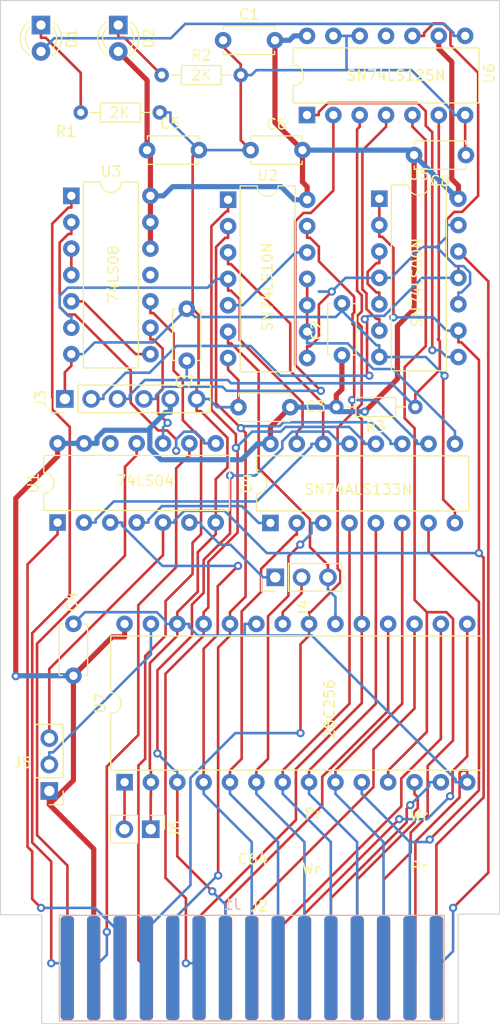
<source format=kicad_pcb>
(kicad_pcb (version 20240108) (generator "pcbnew") (generator_version "8.0")
  (layers (0 "F.Cu" signal) (31 "B.Cu" signal) (34 "B.Paste" user) (35 "F.Paste" user) (36 "B.SilkS" user "B.Silkscreen") (37 "F.SilkS" user "F.Silkscreen") (38 "B.Mask" user) (39 "F.Mask" user) (44 "Edge.Cuts" user))
  (net 0 "")
  (net 1 "A8")
  (net 2 "A0")
  (net 3 "Net-(U2B-A)")
  (net 4 "Net-(U2B-B)")
  (net 5 "Net-(U2A-Y)")
  (net 6 "CS")
  (net 7 "GND")
  (net 8 "Net-(U2C-Y)")
  (net 9 "Net-(U2C-A)")
  (net 10 "A10")
  (net 11 "VCC")
  (net 12 "WE")
  (net 13 "Net-(J4-Pin_1)")
  (net 14 "Net-(U4A-A)")
  (net 15 "A6")
  (net 16 "A5")
  (net 17 "A4")
  (net 18 "A3")
  (net 19 "A2")
  (net 20 "A1")
  (net 21 "A9")
  (net 22 "A7")
  (net 23 "Net-(U5-Pad3)")
  (net 24 "Net-(U6B-~{E})")
  (net 25 "Net-(U6A-~{E})")
  (net 26 "Net-(J3-P2)")
  (net 27 "Net-(J3-P4)")
  (net 28 "D7")
  (net 29 "D0")
  (net 30 "Net-(J3-P3)")
  (net 31 "Net-(D1-A)")
  (net 33 "Net-(J6-Pin_2)")
  (net 34 "D1")
  (net 35 "D2")
  (net 36 "D3")
  (net 37 "D4")
  (net 38 "D5")
  (net 39 "D6")
  (net 40 "Net-(J4-Pin_2)")
  (net 41 "Net-(J5-Pin_2)")
  (net 42 "Net-(D1-K)")
  (net 43 "Net-(D2-K)")
  (net 44 "Net-(J1-Pin_1)")
  (net 45 "Net-(J1-Pin_2)")
  (net 46 "Net-(J1-Pin_3)")
  (net 47 "Net-(J1-Pin_15)")
  (net 48 "Net-(J2-Pin_1)")
  (net 50 "Net-(J2-Pin_4)")
  (net 52 "Net-(U1-Pad8)")
  (net 53 "Net-(U1-Pad10)")
  (net 55 "Net-(U3-Pad3)")
  (net 56 "Net-(U3-Pad5)")
  (footprint "Connector_PinHeader_2.54mm:PinHeader_1x02_P2.54mm_Vertical" (layer "F.Cu") (at 86.65 105.35 -90)
    (property "Reference" "J6")
    (property "Value" "Conn_01x02_Pin" (hide yes))
  )
  (footprint "Capacitor_THT:C_Disc_D4.7mm_W2.5mm_P5.00mm" (layer "F.Cu") (at 79.2 85.575 -90)
    (property "Reference" "C4")
    (property "Value" "CAP200")
  )
  (footprint "Package_DIP:DIP-28_W15.24mm" (layer "F.Cu") (at 84.13 100.825 90)
    (property "Reference" "U7")
    (property "Value" "28C256")
  )
  (footprint "Resistor_THT:R_Axial_DIN0204_L3.6mm_D1.6mm_P7.62mm_Horizontal" (layer "F.Cu") (at 87.705 32.75)
    (property "Reference" "R2")
    (property "Value" "2K")
  )
  (footprint "Capacitor_THT:C_Disc_D4.7mm_W2.5mm_P5.00mm" (layer "F.Cu") (at 90.125 60.25 90)
    (property "Reference" "C7")
    (property "Value" "CAP200" (hide yes))
  )
  (footprint "Capacitor_THT:C_Disc_D4.7mm_W2.5mm_P5.00mm" (layer "F.Cu") (at 117.025 40.45 180)
    (property "Reference" "C8")
    (property "Value" "CAP200" (hide yes))
  )
  (footprint "Connector_PinHeader_2.54mm:PinHeader_1x06_P2.54mm_Vertical" (layer "F.Cu") (at 78.375 63.925 90)
    (property "Reference" "J3")
    (property "Value" "HDRF-1X6" (hide yes))
  )
  (footprint "Resistor_THT:R_Axial_DIN0204_L3.6mm_D1.6mm_P7.62mm_Horizontal" (layer "F.Cu") (at 112.15 64.7 180)
    (property "Reference" "R3")
    (property "Value" "RES")
  )
  (footprint "Connector_PinHeader_2.54mm:PinHeader_1x03_P2.54mm_Vertical" (layer "F.Cu") (at 76.875 101.665 180)
    (property "Reference" "J5")
    (property "Value" "Conn_01x03_Pin" (hide yes))
  )
  (footprint "Capacitor_THT:C_Disc_D4.7mm_W2.5mm_P5.00mm" (layer "F.Cu") (at 91.3 39.975 180)
    (property "Reference" "C5")
    (property "Value" "CAP200" (hide yes))
  )
  (footprint "Connector_PinHeader_2.54mm:PinHeader_1x03_P2.54mm_Vertical" (layer "F.Cu") (at 98.65 81.1 90)
    (property "Reference" "J4")
    (property "Value" "Conn_01x03_Pin" (hide yes))
  )
  (footprint "Capacitor_THT:C_Disc_D4.7mm_W2.5mm_P5.00mm" (layer "F.Cu") (at 96.275 39.975)
    (property "Reference" "C6")
    (property "Value" "CAP200_1" (hide yes))
  )
  (footprint "Package_DIP:DIP-16_W7.62mm" (layer "F.Cu") (at 98.185 75.87 90)
    (property "Reference" "U4")
    (property "Value" "SN74ALS133N")
  )
  (footprint "Custom:EdgeConn_15" (layer "F.Cu") (at 96.4 118.72)
    (property "Reference" "J2")
    (property "Value" "Conn_01x15_Pin" (hide yes))
  )
  (footprint "LED_THT:LED_D3.0mm" (layer "F.Cu") (at 76.075 27.935 -90)
    (property "Reference" "D1")
    (property "Value" "LED")
  )
  (footprint "Resistor_THT:R_Axial_DIN0204_L3.6mm_D1.6mm_P7.62mm_Horizontal" (layer "F.Cu") (at 79.905 36.35)
    (property "Reference" "R1")
    (property "Value" "2K")
  )
  (footprint "Package_DIP:DIP-14_W7.62mm" (layer "F.Cu") (at 108.68 44.65)
    (property "Reference" "U5")
    (property "Value" "SN74LS00N")
  )
  (footprint "Capacitor_THT:C_Disc_D4.7mm_W2.5mm_P5.00mm" (layer "F.Cu") (at 105.075 54.725 -90)
    (property "Reference" "C2")
    (property "Value" "CAP200" (hide yes))
  )
  (footprint "Package_DIP:DIP-14_W7.62mm" (layer "F.Cu") (at 94.105 44.75)
    (property "Reference" "U2")
    (property "Value" "SN74LS10N")
  )
  (footprint "Package_DIP:DIP-14_W7.62mm" (layer "F.Cu") (at 77.675 75.825 90)
    (property "Reference" "U1")
    (property "Value" "74LS04")
  )
  (footprint "Capacitor_THT:C_Disc_D4.7mm_W2.5mm_P5.00mm" (layer "F.Cu") (at 95.1 64.725)
    (property "Reference" "C3")
    (property "Value" "CAP200" (hide yes))
  )
  (footprint "Package_DIP:DIP-14_W7.62mm" (layer "F.Cu") (at 79 44.375)
    (property "Reference" "U3")
    (property "Value" "74LS08")
  )
  (footprint "Package_DIP:DIP-14_W7.62mm" (layer "F.Cu") (at 101.71 36.595 90)
    (property "Reference" "U6")
    (property "Value" "SN74LS125N")
  )
  (footprint "Capacitor_THT:C_Disc_D4.7mm_W2.5mm_P5.00mm" (layer "F.Cu") (at 93.625 29.4)
    (property "Reference" "C1")
    (property "Value" "CAP200" (hide yes))
  )
  (footprint "LED_THT:LED_D3.0mm" (layer "F.Cu") (at 83.525 27.935 -90)
    (property "Reference" "D2")
    (property "Value" "LED_11" (hide yes))
  )
  (footprint "Custom:EdgeConn_15" (layer "B.Cu") (at 96.3812 118.72)
    (property "Reference" "J1")
    (property "Value" "Conn_01x15_Pin" (hide yes))
  )
  (gr_line (start 72.175 113.572651) (end 72.175 25.572651) (stroke (width 0.1)) (layer "Edge.Cuts"))
  (gr_line (start 76.15 113.6) (end 72.175 113.572651) (stroke (width 0.1)) (layer "Edge.Cuts"))
  (gr_line (start 116.275 113.525) (end 120.275 113.525) (stroke (width 0.1)) (layer "Edge.Cuts"))
  (gr_line (start 116.275 124.075) (end 116.275 113.525) (stroke (width 0.1)) (layer "Edge.Cuts"))
  (gr_line (start 76.149992 124.075) (end 76.15 113.6) (stroke (width 0.1)) (layer "Edge.Cuts"))
  (gr_line (start 120.275 25.572651) (end 120.275 113.525) (stroke (width 0.1)) (layer "Edge.Cuts"))
  (gr_line (start 72.175 25.572651) (end 120.275 25.572651) (stroke (width 0.1)) (layer "Edge.Cuts"))
  (gr_line (start 116.275 124.075) (end 76.149992 124.075) (stroke (width 0.1)) (layer "Edge.Cuts"))
  (gr_text "Pr" (at 101.375 104.45 0) (layer "F.SilkS") (effects (font (size 1 1)) (justify left bottom)))
  (gr_text "Pr" (at 111.6 109.575 0) (layer "F.SilkS") (effects (font (size 1 1)) (justify left bottom)))
  (gr_text "Wr" (at 101.125 109.75 0) (layer "F.SilkS") (effects (font (size 1 1)) (justify left bottom)))
  (gr_text "C64" (at 94.925 108.825 0) (layer "F.SilkS") (effects (font (size 1 1)) (justify left bottom)))
  (gr_text "Wr" (at 111.525 104.625 0) (layer "F.SilkS") (effects (font (size 1 1)) (justify left bottom)))
  (segment (start 90.0406 111.9994) (end 88.0713 110.0301) (width 0.25) (layer "F.Cu") (net 1))
  (segment (start 91.75 85.0216) (end 91.75 85.585) (width 0.25) (layer "F.Cu") (net 1))
  (segment (start 88.0713 90.3904) (end 91.75 86.7117) (width 0.25) (layer "F.Cu") (net 1))
  (segment (start 91.75 85.585) (end 91.75 86.7117) (width 0.25) (layer "F.Cu") (net 1))
  (segment (start 88.0713 110.0301) (end 88.0713 90.3904) (width 0.25) (layer "F.Cu") (net 1))
  (segment (start 95.021 76.7995) (end 95.021 68.8046) (width 0.25) (layer "F.Cu") (net 1))
  (segment (start 92.2017 79.6188) (end 95.021 76.7995) (width 0.25) (layer "F.Cu") (net 1))
  (segment (start 95.021 68.8046) (end 94.8567 68.6403) (width 0.25) (layer "F.Cu") (net 1))
  (segment (start 92.4954 64.9685) (end 92.4954 47.3022) (width 0.25) (layer "F.Cu") (net 1))
  (segment (start 92.2017 84.0066) (end 92.2017 79.6188) (width 0.25) (layer "F.Cu") (net 1))
  (segment (start 90.0406 118.2524) (end 90.0406 111.9994) (width 0.25) (layer "F.Cu") (net 1))
  (segment (start 93.9209 45.8767) (end 94.105 45.8767) (width 0.25) (layer "F.Cu") (net 1))
  (segment (start 92.4954 47.3022) (end 93.9209 45.8767) (width 0.25) (layer "F.Cu") (net 1))
  (segment (start 94.8567 67.3298) (end 92.4954 64.9685) (width 0.25) (layer "F.Cu") (net 1))
  (segment (start 94.8567 68.6403) (end 94.8567 67.3298) (width 0.25) (layer "F.Cu") (net 1))
  (segment (start 94.105 44.75) (end 94.105 45.8767) (width 0.25) (layer "F.Cu") (net 1))
  (segment (start 91.75 84.4583) (end 92.2017 84.0066) (width 0.25) (layer "F.Cu") (net 1))
  (segment (start 91.75 85.0216) (end 91.75 84.4583) (width 0.25) (layer "F.Cu") (net 1))
  (via (at 94.8567 68.6403) (size 0.8) (drill 0.4) (layers "F.Cu" "B.Cu") (net 1))
  (via (at 90.0406 118.2524) (size 0.8) (drill 0.4) (layers "F.Cu" "B.Cu") (net 1))
  (segment (start 107.2183 68.25) (end 107.2183 68.0562) (width 0.25) (layer "B.Cu") (net 1))
  (segment (start 105.7846 66.6225) (end 99.6377 66.6225) (width 0.25) (layer "B.Cu") (net 1))
  (segment (start 108.345 68.25) (end 107.2183 68.25) (width 0.25) (layer "B.Cu") (net 1))
  (segment (start 90.8336 118.2524) (end 91.3012 118.72) (width 0.25) (layer "B.Cu") (net 1))
  (segment (start 99.186 67.0742) (end 96.4228 67.0742) (width 0.25) (layer "B.Cu") (net 1))
  (segment (start 96.4228 67.0742) (end 94.8567 68.6403) (width 0.25) (layer "B.Cu") (net 1))
  (segment (start 90.0406 118.2524) (end 90.8336 118.2524) (width 0.25) (layer "B.Cu") (net 1))
  (segment (start 99.6377 66.6225) (end 99.186 67.0742) (width 0.25) (layer "B.Cu") (net 1))
  (segment (start 107.2183 68.0562) (end 105.7846 66.6225) (width 0.25) (layer "B.Cu") (net 1))
  (segment (start 118.2779 101.6092) (end 113.5422 106.3449) (width 0.25) (layer "F.Cu") (net 2))
  (segment (start 118.2779 83.4785) (end 118.2779 101.6092) (width 0.25) (layer "F.Cu") (net 2))
  (segment (start 118.0908 83.2914) (end 118.2779 83.4785) (width 0.25) (layer "F.Cu") (net 2))
  (segment (start 113.425 76.9967) (end 113.425 78.6256) (width 0.25) (layer "F.Cu") (net 2))
  (segment (start 113.425 75.87) (end 113.425 76.9967) (width 0.25) (layer "F.Cu") (net 2))
  (segment (start 113.425 78.6256) (end 118.0908 83.2914) (width 0.25) (layer "F.Cu") (net 2))
  (segment (start 118.0908 83.2914) (end 118.2779 83.4785) (width 0.25) (layer "F.Cu") (net 2))
  (via (at 113.5422 106.3449) (size 0.8) (drill 0.4) (layers "F.Cu" "B.Cu") (net 2))
  (segment (start 106.99 101.9517) (end 111.6212 106.5829) (width 0.25) (layer "B.Cu") (net 2))
  (segment (start 113.3042 106.5829) (end 111.6212 106.5829) (width 0.25) (layer "B.Cu") (net 2))
  (segment (start 113.5422 106.3449) (end 113.3042 106.5829) (width 0.25) (layer "B.Cu") (net 2))
  (segment (start 111.6212 106.5829) (end 111.6212 118.72) (width 0.25) (layer "B.Cu") (net 2))
  (segment (start 106.99 100.825) (end 106.99 101.9517) (width 0.25) (layer "B.Cu") (net 2))
  (segment (start 100.0972 61.2231) (end 103.2649 64.3908) (width 0.25) (layer "F.Cu") (net 3))
  (segment (start 94.105 49.83) (end 94.105 50.9567) (width 0.25) (layer "F.Cu") (net 3))
  (segment (start 94.3846 50.9567) (end 100.0972 56.6693) (width 0.25) (layer "F.Cu") (net 3))
  (segment (start 103.265 68.25) (end 103.265 67.1233) (width 0.25) (layer "F.Cu") (net 3))
  (segment (start 94.105 50.9567) (end 94.3846 50.9567) (width 0.25) (layer "F.Cu") (net 3))
  (segment (start 103.265 64.3908) (end 103.265 67.1233) (width 0.25) (layer "F.Cu") (net 3))
  (segment (start 103.2649 64.3908) (end 103.265 64.3908) (width 0.25) (layer "F.Cu") (net 3))
  (segment (start 100.0972 56.6693) (end 100.0972 61.2231) (width 0.25) (layer "F.Cu") (net 3))
  (segment (start 80.215 75.825) (end 81.3417 75.825) (width 0.25) (layer "B.Cu") (net 3))
  (segment (start 81.3417 75.5432) (end 81.3417 75.825) (width 0.25) (layer "B.Cu") (net 3))
  (segment (start 102.1383 68.5193) (end 96.8627 73.7949) (width 0.25) (layer "B.Cu") (net 3))
  (segment (start 103.265 68.25) (end 102.1383 68.25) (width 0.25) (layer "B.Cu") (net 3))
  (segment (start 83.09 73.7949) (end 81.3417 75.5432) (width 0.25) (layer "B.Cu") (net 3))
  (segment (start 102.1383 68.25) (end 102.1383 68.5193) (width 0.25) (layer "B.Cu") (net 3))
  (segment (start 96.8627 73.7949) (end 83.09 73.7949) (width 0.25) (layer "B.Cu") (net 3))
  (segment (start 94.3868 53.4967) (end 95.2317 54.3416) (width 0.25) (layer "F.Cu") (net 4))
  (segment (start 94.105 52.37) (end 94.105 53.4967) (width 0.25) (layer "F.Cu") (net 4))
  (segment (start 101.2835 66.5648) (end 100.725 67.1233) (width 0.25) (layer "F.Cu") (net 4))
  (segment (start 101.0964 64.1111) (end 101.2835 64.2982) (width 0.25) (layer "F.Cu") (net 4))
  (segment (start 101.2835 64.2982) (end 101.2835 66.5648) (width 0.25) (layer "F.Cu") (net 4))
  (segment (start 100.725 68.25) (end 100.725 67.1233) (width 0.25) (layer "F.Cu") (net 4))
  (segment (start 101.0964 64.1111) (end 101.2835 64.2982) (width 0.25) (layer "F.Cu") (net 4))
  (segment (start 95.2317 58.2464) (end 101.0964 64.1111) (width 0.25) (layer "F.Cu") (net 4))
  (segment (start 94.105 53.4967) (end 94.3868 53.4967) (width 0.25) (layer "F.Cu") (net 4))
  (segment (start 95.2317 54.3416) (end 95.2317 58.2464) (width 0.25) (layer "F.Cu") (net 4))
  (segment (start 94.105 52.37) (end 92.9783 52.37) (width 0.25) (layer "B.Cu") (net 4))
  (segment (start 77.8733 53.9989) (end 77.8733 55.1034) (width 0.25) (layer "B.Cu") (net 4))
  (segment (start 92.1299 53.2184) (end 78.6538 53.2184) (width 0.25) (layer "B.Cu") (net 4))
  (segment (start 78.6538 53.2184) (end 77.8733 53.9989) (width 0.25) (layer "B.Cu") (net 4))
  (segment (start 78.7182 55.9483) (end 79 55.9483) (width 0.25) (layer "B.Cu") (net 4))
  (segment (start 79 57.075) (end 79 55.9483) (width 0.25) (layer "B.Cu") (net 4))
  (segment (start 92.9783 52.37) (end 92.1299 53.2184) (width 0.25) (layer "B.Cu") (net 4))
  (segment (start 77.8733 55.1034) (end 78.7182 55.9483) (width 0.25) (layer "B.Cu") (net 4))
  (segment (start 95.5183 54.91) (end 94.105 54.91) (width 0.25) (layer "B.Cu") (net 5))
  (segment (start 100.5983 49.83) (end 95.5183 54.91) (width 0.25) (layer "B.Cu") (net 5))
  (segment (start 101.725 49.83) (end 100.5983 49.83) (width 0.25) (layer "B.Cu") (net 5))
  (segment (start 97.0537 61.2437) (end 94.3867 58.5767) (width 0.25) (layer "F.Cu") (net 6))
  (segment (start 94.3867 58.5767) (end 94.105 58.5767) (width 0.25) (layer "F.Cu") (net 6))
  (segment (start 97.0537 70.5823) (end 97.0537 61.2437) (width 0.25) (layer "F.Cu") (net 6))
  (segment (start 103.73 81.1) (end 103.73 79.9233) (width 0.25) (layer "F.Cu") (net 6))
  (segment (start 101.995 78.1883) (end 101.995 75.5236) (width 0.25) (layer "F.Cu") (net 6))
  (segment (start 101.995 75.5236) (end 97.0537 70.5823) (width 0.25) (layer "F.Cu") (net 6))
  (segment (start 94.105 57.45) (end 94.105 58.5767) (width 0.25) (layer "F.Cu") (net 6))
  (segment (start 103.73 79.9233) (end 101.995 78.1883) (width 0.25) (layer "F.Cu") (net 6))
  (segment (start 104.45 85.585) (end 104.45 82.9967) (width 0.25) (layer "B.Cu") (net 6))
  (segment (start 103.73 81.1) (end 103.73 82.2767) (width 0.25) (layer "B.Cu") (net 6))
  (segment (start 104.45 82.9967) (end 103.73 82.2767) (width 0.25) (layer "B.Cu") (net 6))
  (segment (start 112.1536 106.5492) (end 116.4167 102.2861) (width 0.25) (layer "F.Cu") (net 7))
  (segment (start 114.8383 73.6166) (end 115.965 74.7433) (width 0.25) (layer "F.Cu") (net 7))
  (segment (start 90.6915 55.25) (end 91.258 55.8165) (width 0.25) (layer "F.Cu") (net 7))
  (segment (start 91.1848 82.4835) (end 89.21 84.4583) (width 0.25) (layer "F.Cu") (net 7))
  (segment (start 116.4167 99.9911) (end 116.4166 99.991) (width 0.25) (layer "F.Cu") (net 7))
  (segment (start 95.325 39.025) (end 95.325 32.75) (width 0.25) (layer "F.Cu") (net 7))
  (segment (start 86.67 101.3883) (end 86.67 101.9517) (width 0.25) (layer "F.Cu") (net 7))
  (segment (start 89.21 85.585) (end 89.21 86.7117) (width 0.25) (layer "F.Cu") (net 7))
  (segment (start 114.8383 61.8246) (end 114.8383 73.6166) (width 0.25) (layer "F.Cu") (net 7))
  (segment (start 115.965 75.87) (end 115.965 74.7433) (width 0.25) (layer "F.Cu") (net 7))
  (segment (start 86.67 101.9517) (end 86.65 101.9717) (width 0.25) (layer "F.Cu") (net 7))
  (segment (start 91.258 55.8165) (end 91.258 62.5653) (width 0.25) (layer "F.Cu") (net 7))
  (segment (start 91.258 62.5653) (end 91.075 62.7483) (width 0.25) (layer "F.Cu") (net 7))
  (segment (start 91.075 65.1017) (end 91.4717 65.1017) (width 0.25) (layer "F.Cu") (net 7))
  (segment (start 86.65 101.9717) (end 86.65 105.35) (width 0.25) (layer "F.Cu") (net 7))
  (segment (start 86.67 100.825) (end 86.67 101.3883) (width 0.25) (layer "F.Cu") (net 7))
  (segment (start 79 59.615) (end 79 60.7417) (width 0.25) (layer "F.Cu") (net 7))
  (segment (start 90.6915 40.5835) (end 91.3 39.975) (width 0.25) (layer "F.Cu") (net 7))
  (segment (start 91.075 63.925) (end 91.075 65.1017) (width 0.25) (layer "F.Cu") (net 7))
  (segment (start 114.9655 61.6974) (end 114.8383 61.8246) (width 0.25) (layer "F.Cu") (net 7))
  (segment (start 94.0417 70.5291) (end 92.915 71.6558) (width 0.25) (layer "F.Cu") (net 7))
  (segment (start 93.625 30.0233) (end 93.625 29.4) (width 0.25) (layer "F.Cu") (net 7))
  (segment (start 92.915 75.825) (end 92.915 76.9517) (width 0.25) (layer "F.Cu") (net 7))
  (segment (start 95.1 62.1117) (end 95.1 64.725) (width 0.25) (layer "F.Cu") (net 7))
  (segment (start 112.1536 118.2064) (end 112.1536 106.5492) (width 0.25) (layer "F.Cu") (net 7))
  (segment (start 92.915 71.6558) (end 92.915 74.6983) (width 0.25) (layer "F.Cu") (net 7))
  (segment (start 86.5679 89.3538) (end 86.5679 99.5962) (width 0.25) (layer "F.Cu") (net 7))
  (segment (start 116.95 40.375) (end 117.025 40.45) (width 0.25) (layer "F.Cu") (net 7))
  (segment (start 116.6315 99.6983) (end 117.15 99.6983) (width 0.25) (layer "F.Cu") (net 7))
  (segment (start 78.375 61.3667) (end 78.375 63.925) (width 0.25) (layer "F.Cu") (net 7))
  (segment (start 96.275 39.975) (end 95.325 39.025) (width 0.25) (layer "F.Cu") (net 7))
  (segment (start 91.075 63.8834) (end 91.075 63.925) (width 0.25) (layer "F.Cu") (net 7))
  (segment (start 117.15 100.825) (end 117.15 99.6983) (width 0.25) (layer "F.Cu") (net 7))
  (segment (start 94.105 59.99) (end 94.105 61.1167) (width 0.25) (layer "F.Cu") (net 7))
  (segment (start 91.075 63.8834) (end 91.075 62.7483) (width 0.25) (layer "F.Cu") (net 7))
  (segment (start 90.125 55.25) (end 90.6915 55.25) (width 0.25) (layer "F.Cu") (net 7))
  (segment (start 92.915 75.825) (end 92.915 74.6983) (width 0.25) (layer "F.Cu") (net 7))
  (segment (start 116.4167 102.2861) (end 116.4167 99.9911) (width 0.25) (layer "F.Cu") (net 7))
  (segment (start 86.67 100.825) (end 86.67 99.6983) (width 0.25) (layer "F.Cu") (net 7))
  (segment (start 95.325 32.75) (end 95.325 31.7233) (width 0.25) (layer "F.Cu") (net 7))
  (segment (start 89.21 85.585) (end 89.21 84.4583) (width 0.25) (layer "F.Cu") (net 7))
  (segment (start 116.4166 99.991) (end 116.4166 99.9132) (width 0.25) (layer "F.Cu") (net 7))
  (segment (start 94.105 61.1167) (end 95.1 62.1117) (width 0.25) (layer "F.Cu") (net 7))
  (segment (start 79 60.7417) (end 78.375 61.3667) (width 0.25) (layer "F.Cu") (net 7))
  (segment (start 116.95 36.595) (end 116.95 40.375) (width 0.25) (layer "F.Cu") (net 7))
  (segment (start 90.6915 55.25) (end 90.6915 40.5835) (width 0.25) (layer "F.Cu") (net 7))
  (segment (start 86.5679 99.5962) (end 86.67 99.6983) (width 0.25) (layer "F.Cu") (net 7))
  (segment (start 116.4166 99.9132) (end 116.6315 99.6983) (width 0.25) (layer "F.Cu") (net 7))
  (segment (start 91.4717 65.1017) (end 94.0417 67.6717) (width 0.25) (layer "F.Cu") (net 7))
  (segment (start 95.325 31.7233) (end 93.625 30.0233) (width 0.25) (layer "F.Cu") (net 7))
  (segment (start 111.64 118.72) (end 112.1536 118.2064) (width 0.25) (layer "F.Cu") (net 7))
  (segment (start 94.0417 67.6717) (end 94.0417 70.5291) (width 0.25) (layer "F.Cu") (net 7))
  (segment (start 91.1848 78.6819) (end 91.1848 82.4835) (width 0.25) (layer "F.Cu") (net 7))
  (segment (start 92.915 76.9517) (end 91.1848 78.6819) (width 0.25) (layer "F.Cu") (net 7))
  (segment (start 89.21 86.7117) (end 86.5679 89.3538) (width 0.25) (layer "F.Cu") (net 7))
  (via (at 114.9655 61.6974) (size 0.8) (drill 0.4) (layers "F.Cu" "B.Cu") (net 7))
  (segment (start 87.525 36.35) (end 88.5517 36.35) (width 0.25) (layer "B.Cu") (net 7))
  (segment (start 108.3983 58.7633) (end 108.68 58.7633) (width 0.25) (layer "B.Cu") (net 7))
  (segment (start 116.95 36.595) (end 115.8233 36.595) (width 0.25) (layer "B.Cu") (net 7))
  (segment (start 104.4743 56.0407) (end 90.9157 56.0407) (width 0.25) (layer "B.Cu") (net 7))
  (segment (start 91.3 39.975) (end 96.275 39.975) (width 0.25) (layer "B.Cu") (net 7))
  (segment (start 79 59.615) (end 80.1267 59.615) (width 0.25) (layer "B.Cu") (net 7))
  (segment (start 105.075 55.44) (end 108.3983 58.7633) (width 0.25) (layer "B.Cu") (net 7))
  (segment (start 96.83 85.585) (end 95.7033 85.585) (width 0.25) (layer "B.Cu") (net 7))
  (segment (start 90.125 55.25) (end 86.8867 58.4883) (width 0.25) (layer "B.Cu") (net 7))
  (segment (start 105.52 28.975) (end 104.25 28.975) (width 0.25) (layer "B.Cu") (net 7))
  (segment (start 93.0517 64.725) (end 95.1 64.725) (width 0.25) (layer "B.Cu") (net 7))
  (segment (start 105.075 55.44) (end 104.4743 56.0407) (width 0.25) (layer "B.Cu") (net 7))
  (segment (start 81.2534 58.4883) (end 80.1267 59.615) (width 0.25) (layer "B.Cu") (net 7))
  (segment (start 90.3367 85.585) (end 90.3367 85.8667) (width 0.25) (layer "B.Cu") (net 7))
  (segment (start 88.5517 36.35) (end 88.5517 37.2267) (width 0.25) (layer "B.Cu") (net 7))
  (segment (start 89.21 85.585) (end 90.3367 85.585) (width 0.25) (layer "B.Cu") (net 7))
  (segment (start 113.1581 59.89) (end 114.9655 61.6974) (width 0.25) (layer "B.Cu") (net 7))
  (segment (start 108.68 59.89) (end 113.1581 59.89) (width 0.25) (layer "B.Cu") (net 7))
  (segment (start 90.9157 56.0407) (end 90.125 55.25) (width 0.25) (layer "B.Cu") (net 7))
  (segment (start 95.7033 86.7117) (end 95.7033 85.585) (width 0.25) (layer "B.Cu") (net 7))
  (segment (start 96.8272 32.2745) (end 96.3517 32.75) (width 0.25) (layer "B.Cu") (net 7))
  (segment (start 108.68 59.3266) (end 108.68 59.89) (width 0.25) (layer "B.Cu") (net 7))
  (segment (start 89.21 85.585) (end 88.0833 85.585) (width 0.25) (layer "B.Cu") (net 7))
  (segment (start 87.2384 84.4583) (end 88.0833 85.3032) (width 0.25) (layer "B.Cu") (net 7))
  (segment (start 90.3367 85.8667) (end 91.1817 86.7117) (width 0.25) (layer "B.Cu") (net 7))
  (segment (start 86.8867 58.4883) (end 81.2534 58.4883) (width 0.25) (layer "B.Cu") (net 7))
  (segment (start 105.52 32.2745) (end 96.8272 32.2745) (width 0.25) (layer "B.Cu") (net 7))
  (segment (start 95.325 32.75) (end 96.3517 32.75) (width 0.25) (layer "B.Cu") (net 7))
  (segment (start 115.8233 36.595) (end 115.8233 36.3133) (width 0.25) (layer "B.Cu") (net 7))
  (segment (start 102.1917 86.7117) (end 116.0233 100.5433) (width 0.25) (layer "B.Cu") (net 7))
  (segment (start 116.0233 100.5433) (end 116.0233 100.825) (width 0.25) (layer "B.Cu") (net 7))
  (segment (start 111.7845 32.2745) (end 105.52 32.2745) (width 0.25) (layer "B.Cu") (net 7))
  (segment (start 108.68 59.3266) (end 108.68 58.7633) (width 0.25) (layer "B.Cu") (net 7))
  (segment (start 115.8233 36.3133) (end 111.7845 32.2745) (width 0.25) (layer "B.Cu") (net 7))
  (segment (start 88.0833 85.3032) (end 88.0833 85.585) (width 0.25) (layer "B.Cu") (net 7))
  (segment (start 105.075 54.725) (end 105.075 55.44) (width 0.25) (layer "B.Cu") (net 7))
  (segment (start 91.1817 86.7117) (end 95.7033 86.7117) (width 0.25) (layer "B.Cu") (net 7))
  (segment (start 117.15 100.825) (end 116.0233 100.825) (width 0.25) (layer "B.Cu") (net 7))
  (segment (start 92.2517 63.925) (end 93.0517 64.725) (width 0.25) (layer "B.Cu") (net 7))
  (segment (start 91.075 63.925) (end 92.2517 63.925) (width 0.25) (layer "B.Cu") (net 7))
  (segment (start 106.79 28.975) (end 105.52 28.975) (width 0.25) (layer "B.Cu") (net 7))
  (segment (start 105.52 28.975) (end 105.52 32.2745) (width 0.25) (layer "B.Cu") (net 7))
  (segment (start 80.3167 84.4583) (end 87.2384 84.4583) (width 0.25) (layer "B.Cu") (net 7))
  (segment (start 95.7033 86.7117) (end 102.1917 86.7117) (width 0.25) (layer "B.Cu") (net 7))
  (segment (start 88.5517 37.2267) (end 91.3 39.975) (width 0.25) (layer "B.Cu") (net 7))
  (segment (start 79.2 85.575) (end 80.3167 84.4583) (width 0.25) (layer "B.Cu") (net 7))
  (segment (start 102.8517 58.0184) (end 102.0068 58.8633) (width 0.25) (layer "F.Cu") (net 8))
  (segment (start 102.8517 53.5945) (end 104.1003 53.5945) (width 0.25) (layer "F.Cu") (net 8))
  (segment (start 102.8517 54.8431) (end 102.8517 58.0184) (width 0.25) (layer "F.Cu") (net 8))
  (segment (start 104.1003 53.5945) (end 102.8517 53.5945) (width 0.25) (layer "F.Cu") (net 8))
  (segment (start 104.1003 53.5945) (end 102.8517 54.8431) (width 0.25) (layer "F.Cu") (net 8))
  (segment (start 101.725 59.99) (end 101.725 58.8633) (width 0.25) (layer "F.Cu") (net 8))
  (segment (start 102.0068 58.8633) (end 101.725 58.8633) (width 0.25) (layer "F.Cu") (net 8))
  (via (at 104.1003 53.5945) (size 0.8) (drill 0.4) (layers "F.Cu" "B.Cu") (net 8))
  (segment (start 114.1916 49.2984) (end 116.0365 51.1433) (width 0.25) (layer "B.Cu") (net 8))
  (segment (start 117.4267 51.7747) (end 117.4267 52.8384) (width 0.25) (layer "B.Cu") (net 8))
  (segment (start 109.2434 52.27) (end 108.68 52.27) (width 0.25) (layer "B.Cu") (net 8))
  (segment (start 105.4248 52.27) (end 104.1003 53.5945) (width 0.25) (layer "B.Cu") (net 8))
  (segment (start 117.4267 52.8384) (end 116.5818 53.6833) (width 0.25) (layer "B.Cu") (net 8))
  (segment (start 109.2434 52.27) (end 109.8067 52.27) (width 0.25) (layer "B.Cu") (net 8))
  (segment (start 109.8067 52.27) (end 112.7783 49.2984) (width 0.25) (layer "B.Cu") (net 8))
  (segment (start 104.1003 53.5945) (end 102.8517 53.5945) (width 0.25) (layer "B.Cu") (net 8))
  (segment (start 116.3 47.19) (end 115.1733 47.19) (width 0.25) (layer "B.Cu") (net 8))
  (segment (start 116.7953 51.1433) (end 117.4267 51.7747) (width 0.25) (layer "B.Cu") (net 8))
  (segment (start 114.1916 49.2984) (end 115.1733 48.3167) (width 0.25) (layer "B.Cu") (net 8))
  (segment (start 116.0365 51.1433) (end 116.7953 51.1433) (width 0.25) (layer "B.Cu") (net 8))
  (segment (start 112.7783 49.2984) (end 114.1916 49.2984) (width 0.25) (layer "B.Cu") (net 8))
  (segment (start 116.5818 53.6833) (end 116.3 53.6833) (width 0.25) (layer "B.Cu") (net 8))
  (segment (start 108.68 52.27) (end 105.4248 52.27) (width 0.25) (layer "B.Cu") (net 8))
  (segment (start 102.8517 53.5945) (end 104.1003 53.5945) (width 0.25) (layer "B.Cu") (net 8))
  (segment (start 116.3 54.81) (end 116.3 53.6833) (width 0.25) (layer "B.Cu") (net 8))
  (segment (start 115.1733 48.3167) (end 115.1733 47.19) (width 0.25) (layer "B.Cu") (net 8))
  (segment (start 101.725 52.37) (end 101.725 54.91) (width 0.25) (layer "F.Cu") (net 9))
  (segment (start 101.725 57.45) (end 101.725 54.91) (width 0.25) (layer "F.Cu") (net 9))
  (segment (start 115.965 68.25) (end 115.965 67.0427) (width 0.25) (layer "B.Cu") (net 9))
  (segment (start 109.9701 61.0478) (end 108.1021 61.0478) (width 0.25) (layer "B.Cu") (net 9))
  (segment (start 108.1021 61.0478) (end 105.631 58.5767) (width 0.25) (layer "B.Cu") (net 9))
  (segment (start 115.965 67.0427) (end 109.9701 61.0478) (width 0.25) (layer "B.Cu") (net 9))
  (segment (start 101.725 57.45) (end 101.725 58.5767) (width 0.25) (layer "B.Cu") (net 9))
  (segment (start 105.631 58.5767) (end 101.725 58.5767) (width 0.25) (layer "B.Cu") (net 9))
  (segment (start 102.0068 48.4167) (end 102.8517 49.2616) (width 0.25) (layer "F.Cu") (net 10))
  (segment (start 104.9228 80.5346) (end 104.9228 81.5863) (width 0.25) (layer "F.Cu") (net 10))
  (segment (start 102.8517 50.6816) (end 106.2569 54.0868) (width 0.25) (layer "F.Cu") (net 10))
  (segment (start 104.6636 66.6993) (end 104.6636 80.2754) (width 0.25) (layer "F.Cu") (net 10))
  (segment (start 106.2569 54.0868) (end 106.2569 55.6008) (width 0.25) (layer "F.Cu") (net 10))
  (segment (start 106.0989 56.7348) (end 106.2569 56.8928) (width 0.25) (layer "F.Cu") (net 10))
  (segment (start 106.0594 65.3035) (end 104.6636 66.6993) (width 0.25) (layer "F.Cu") (net 10))
  (segment (start 106.2569 55.6008) (end 106.0989 55.7588) (width 0.25) (layer "F.Cu") (net 10))
  (segment (start 102.0508 84.4583) (end 101.91 84.4583) (width 0.25) (layer "F.Cu") (net 10))
  (segment (start 101.725 48.4167) (end 102.0068 48.4167) (width 0.25) (layer "F.Cu") (net 10))
  (segment (start 101.725 47.29) (end 101.725 48.4167) (width 0.25) (layer "F.Cu") (net 10))
  (segment (start 104.9228 81.5863) (end 102.0508 84.4583) (width 0.25) (layer "F.Cu") (net 10))
  (segment (start 101.0819 87.5398) (end 101.91 86.7117) (width 0.25) (layer "F.Cu") (net 10))
  (segment (start 102.8517 49.2616) (end 102.8517 50.6816) (width 0.25) (layer "F.Cu") (net 10))
  (segment (start 101.0819 96.0983) (end 101.0819 87.5398) (width 0.25) (layer "F.Cu") (net 10))
  (segment (start 104.6636 80.2754) (end 104.9228 80.5346) (width 0.25) (layer "F.Cu") (net 10))
  (segment (start 101.91 85.585) (end 101.91 86.7117) (width 0.25) (layer "F.Cu") (net 10))
  (segment (start 106.2569 63.8423) (end 106.0594 64.0398) (width 0.25) (layer "F.Cu") (net 10))
  (segment (start 106.0594 64.0398) (end 106.0594 65.3035) (width 0.25) (layer "F.Cu") (net 10))
  (segment (start 101.91 85.585) (end 101.91 84.4583) (width 0.25) (layer "F.Cu") (net 10))
  (segment (start 106.2569 56.8928) (end 106.2569 63.8423) (width 0.25) (layer "F.Cu") (net 10))
  (segment (start 106.0989 55.7588) (end 106.0989 56.7348) (width 0.25) (layer "F.Cu") (net 10))
  (via (at 101.0819 96.0983) (size 0.8) (drill 0.4) (layers "F.Cu" "B.Cu") (net 10))
  (via (at 106.0594 64.0398) (size 0.8) (drill 0.4) (layers "F.Cu" "B.Cu") (net 10))
  (segment (start 112.2983 67.9683) (end 108.3698 64.0398) (width 0.25) (layer "B.Cu") (net 10))
  (segment (start 90.48 100.4217) (end 94.8033 96.0984) (width 0.25) (layer "B.Cu") (net 10))
  (segment (start 108.3698 64.0398) (end 106.0594 64.0398) (width 0.25) (layer "B.Cu") (net 10))
  (segment (start 112.2983 68.25) (end 112.2983 67.9683) (width 0.25) (layer "B.Cu") (net 10))
  (segment (start 90.48 110.7388) (end 90.48 100.4217) (width 0.25) (layer "B.Cu") (net 10))
  (segment (start 113.425 68.25) (end 112.2983 68.25) (width 0.25) (layer "B.Cu") (net 10))
  (segment (start 101.0819 96.0984) (end 101.0819 96.0983) (width 0.25) (layer "B.Cu") (net 10))
  (segment (start 86.2212 114.9976) (end 90.48 110.7388) (width 0.25) (layer "B.Cu") (net 10))
  (segment (start 86.2212 118.72) (end 86.2212 114.9976) (width 0.25) (layer "B.Cu") (net 10))
  (segment (start 94.8033 96.0984) (end 101.0819 96.0984) (width 0.25) (layer "B.Cu") (net 10))
  (segment (start 104.53 63.5483) (end 105.075 63.0033) (width 0.5) (layer "F.Cu") (net 11))
  (segment (start 112.025 55.2913) (end 112.025 40.45) (width 0.5) (layer "F.Cu") (net 11))
  (segment (start 98.185 68.25) (end 98.185 66.64) (width 0.5) (layer "F.Cu") (net 11))
  (segment (start 79.2 100.6417) (end 76.875 102.9667) (width 0.5) (layer "F.Cu") (net 11))
  (segment (start 114.41 30.2267) (end 115.6617 31.4784) (width 0.5) (layer "F.Cu") (net 11))
  (segment (start 76.875 102.9667) (end 81.16 107.2517) (width 0.5) (layer "F.Cu") (net 11))
  (segment (start 77.675 68.205) (end 77.675 69.4567) (width 0.5) (layer "F.Cu") (net 11))
  (segment (start 86.62 49.455) (end 86.62 46.915) (width 0.5) (layer "F.Cu") (net 11))
  (segment (start 84.13 86.2108) (end 84.13 86.8367) (width 0.5) (layer "F.Cu") (net 11))
  (segment (start 115.6617 31.4784) (end 115.6617 42.76) (width 0.5) (layer "F.Cu") (net 11))
  (segment (start 86.3 33.25) (end 86.3 39.975) (width 0.5) (layer "F.Cu") (net 11))
  (segment (start 101.725 44.75) (end 101.725 43.4983) (width 0.5) (layer "F.Cu") (net 11))
  (segment (start 81.16 107.2517) (end 81.16 118.72) (width 0.5) (layer "F.Cu") (net 11))
  (segment (start 79.2 90.575) (end 79.2 100.6417) (width 0.5) (layer "F.Cu") (net 11))
  (segment (start 107.2773 65.1521) (end 110.4246 62.0048) (width 0.5) (layer "F.Cu") (net 11))
  (segment (start 98.625 37.325) (end 101.275 39.975) (width 0.5) (layer "F.Cu") (net 11))
  (segment (start 98.185 66.64) (end 100.1 64.725) (width 0.5) (layer "F.Cu") (net 11))
  (segment (start 84.13 86.2108) (end 84.13 85.585) (width 0.5) (layer "F.Cu") (net 11))
  (segment (start 86.62 40.295) (end 86.62 44.375) (width 0.5) (layer "F.Cu") (net 11))
  (segment (start 101.725 43.4983) (end 101.275 43.0483) (width 0.5) (layer "F.Cu") (net 11))
  (segment (start 76.875 101.665) (end 76.875 102.9667) (width 0.5) (layer "F.Cu") (net 11))
  (segment (start 115.6617 42.76) (end 116.3 43.3983) (width 0.5) (layer "F.Cu") (net 11))
  (segment (start 79.2 90.575) (end 82.9383 86.8367) (width 0.5) (layer "F.Cu") (net 11))
  (segment (start 83.525 30.475) (end 86.3 33.25) (width 0.5) (layer "F.Cu") (net 11))
  (segment (start 82.9383 86.8367) (end 84.13 86.8367) (width 0.5) (layer "F.Cu") (net 11))
  (segment (start 110.4246 56.8917) (end 112.025 55.2913) (width 0.5) (layer "F.Cu") (net 11))
  (segment (start 73.6455 90.6136) (end 73.6455 73.4862) (width 0.5) (layer "F.Cu") (net 11))
  (segment (start 105.075 63.0033) (end 105.075 59.725) (width 0.5) (layer "F.Cu") (net 11))
  (segment (start 116.3 44.65) (end 116.3 43.3983) (width 0.5) (layer "F.Cu") (net 11))
  (segment (start 86.3 39.975) (end 86.62 40.295) (width 0.5) (layer "F.Cu") (net 11))
  (segment (start 73.6455 73.4862) (end 77.675 69.4567) (width 0.5) (layer "F.Cu") (net 11))
  (segment (start 114.41 28.975) (end 114.41 30.2267) (width 0.5) (layer "F.Cu") (net 11))
  (segment (start 101.275 43.0483) (end 101.275 39.975) (width 0.5) (layer "F.Cu") (net 11))
  (segment (start 98.625 29.4) (end 98.625 37.325) (width 0.5) (layer "F.Cu") (net 11))
  (segment (start 110.4246 62.0048) (end 110.4246 56.8917) (width 0.5) (layer "F.Cu") (net 11))
  (segment (start 86.62 44.375) (end 86.62 46.915) (width 0.5) (layer "F.Cu") (net 11))
  (segment (start 104.53 64.7) (end 104.53 63.5483) (width 0.5) (layer "F.Cu") (net 11))
  (via (at 73.6455 90.6136) (size 0.8) (drill 0.4) (layers "F.Cu" "B.Cu") (net 11))
  (via (at 107.2773 65.1521) (size 0.8) (drill 0.4) (layers "F.Cu" "B.Cu") (net 11))
  (segment (start 98.185 68.25) (end 96.9333 68.25) (width 0.5) (layer "B.Cu") (net 11))
  (segment (start 100.1 64.725) (end 103.3533 64.725) (width 0.5) (layer "B.Cu") (net 11))
  (segment (start 99.2134 43.4901) (end 88.7566 43.4901) (width 0.5) (layer "B.Cu") (net 11))
  (segment (start 87.6263 69.78) (end 95.4033 69.78) (width 0.5) (layer "B.Cu") (net 11))
  (segment (start 88.0775 65.2267) (end 86.565 66.7392) (width 0.5) (layer "B.Cu") (net 11))
  (segment (start 103.3533 64.725) (end 103.3783 64.7) (width 0.5) (layer "B.Cu") (net 11))
  (segment (start 115.6742 44.0992) (end 115.6742 44.65) (width 0.5) (layer "B.Cu") (net 11))
  (segment (start 86.62 44.375) (end 87.8717 44.375) (width 0.5) (layer "B.Cu") (net 11))
  (segment (start 88.535 63.925) (end 88.535 65.2267) (width 0.5) (layer "B.Cu") (net 11))
  (segment (start 73.6841 90.575) (end 73.6455 90.6136) (width 0.5) (layer "B.Cu") (net 11))
  (segment (start 77.675 68.205) (end 80.215 68.205) (width 0.5) (layer "B.Cu") (net 11))
  (segment (start 81.4667 67.6573) (end 81.4667 68.205) (width 0.5) (layer "B.Cu") (net 11))
  (segment (start 80.215 68.205) (end 81.4667 68.205) (width 0.5) (layer "B.Cu") (net 11))
  (segment (start 101.275 39.975) (end 111.55 39.975) (width 0.5) (layer "B.Cu") (net 11))
  (segment (start 104.53 64.7) (end 103.9542 64.7) (width 0.5) (layer "B.Cu") (net 11))
  (segment (start 98.625 29.4) (end 100.0333 29.4) (width 0.5) (layer "B.Cu") (net 11))
  (segment (start 88.535 65.2267) (end 88.0775 65.2267) (width 0.5) (layer "B.Cu") (net 11))
  (segment (start 103.9542 64.7) (end 104.4063 65.1521) (width 0.5) (layer "B.Cu") (net 11))
  (segment (start 82.1826 66.9414) (end 81.4667 67.6573) (width 0.5) (layer "B.Cu") (net 11))
  (segment (start 100.4733 44.75) (end 99.2134 43.4901) (width 0.5) (layer "B.Cu") (net 11))
  (segment (start 86.565 66.9414) (end 82.1826 66.9414) (width 0.5) (layer "B.Cu") (net 11))
  (segment (start 101.71 28.975) (end 100.4583 28.975) (width 0.5) (layer "B.Cu") (net 11))
  (segment (start 116.3 44.65) (end 115.6742 44.65) (width 0.5) (layer "B.Cu") (net 11))
  (segment (start 88.7566 43.4901) (end 87.8717 44.375) (width 0.5) (layer "B.Cu") (net 11))
  (segment (start 86.565 68.7187) (end 87.6263 69.78) (width 0.5) (layer "B.Cu") (net 11))
  (segment (start 104.4063 65.1521) (end 107.2773 65.1521) (width 0.5) (layer "B.Cu") (net 11))
  (segment (start 95.4033 69.78) (end 96.9333 68.25) (width 0.5) (layer "B.Cu") (net 11))
  (segment (start 103.9542 64.7) (end 103.3783 64.7) (width 0.5) (layer "B.Cu") (net 11))
  (segment (start 112.025 40.45) (end 115.6742 44.0992) (width 0.5) (layer "B.Cu") (net 11))
  (segment (start 86.565 66.7392) (end 86.565 66.9414) (width 0.5) (layer "B.Cu") (net 11))
  (segment (start 79.2 90.575) (end 73.6841 90.575) (width 0.5) (layer "B.Cu") (net 11))
  (segment (start 100.0333 29.4) (end 100.4583 28.975) (width 0.5) (layer "B.Cu") (net 11))
  (segment (start 101.725 44.75) (end 100.4733 44.75) (width 0.5) (layer "B.Cu") (net 11))
  (segment (start 86.565 66.9414) (end 86.565 68.7187) (width 0.5) (layer "B.Cu") (net 11))
  (segment (start 111.55 39.975) (end 112.025 40.45) (width 0.5) (layer "B.Cu") (net 11))
  (segment (start 110.0403 56.0715) (end 110.0403 49.3952) (width 0.25) (layer "F.Cu") (net 12))
  (segment (start 110.0403 49.3952) (end 108.9618 48.3167) (width 0.25) (layer "F.Cu") (net 12))
  (segment (start 118.2779 78.7684) (end 118.7296 79.2201) (width 0.25) (layer "F.Cu") (net 12))
  (segment (start 108.68 44.65) (end 108.68 47.19) (width 0.25) (layer "F.Cu") (net 12))
  (segment (start 116.3 57.35) (end 116.3 58.4767) (width 0.25) (layer "F.Cu") (net 12))
  (segment (start 116.5817 58.4767) (end 116.3 58.4767) (width 0.25) (layer "F.Cu") (net 12))
  (segment (start 87.835 75.825) (end 87.835 78.9616) (width 0.25) (layer "F.Cu") (net 12))
  (segment (start 114.18 106.8404) (end 114.18 118.72) (width 0.25) (layer "F.Cu") (net 12))
  (segment (start 76.875 89.9216) (end 76.875 96.585) (width 0.25) (layer "F.Cu") (net 12))
  (segment (start 118.2779 60.1729) (end 116.5817 58.4767) (width 0.25) (layer "F.Cu") (net 12))
  (segment (start 108.9618 48.3167) (end 108.68 48.3167) (width 0.25) (layer "F.Cu") (net 12))
  (segment (start 87.835 78.9616) (end 76.875 89.9216) (width 0.25) (layer "F.Cu") (net 12))
  (segment (start 118.7296 102.2908) (end 114.18 106.8404) (width 0.25) (layer "F.Cu") (net 12))
  (segment (start 118.7296 79.2201) (end 118.7296 102.2908) (width 0.25) (layer "F.Cu") (net 12))
  (segment (start 118.2779 78.7684) (end 118.2779 60.1729) (width 0.25) (layer "F.Cu") (net 12))
  (segment (start 108.68 47.19) (end 108.68 48.3167) (width 0.25) (layer "F.Cu") (net 12))
  (via (at 110.0403 56.0715) (size 0.8) (drill 0.4) (layers "F.Cu" "B.Cu") (net 12))
  (via (at 118.2779 78.7684) (size 0.8) (drill 0.4) (layers "F.Cu" "B.Cu") (net 12))
  (segment (start 116.3 57.35) (end 115.1733 57.35) (width 0.25) (layer "B.Cu") (net 12))
  (segment (start 93.7681 74.6983) (end 97.8382 78.7684) (width 0.25) (layer "B.Cu") (net 12))
  (segment (start 89.8765 74.6983) (end 93.7681 74.6983) (width 0.25) (layer "B.Cu") (net 12))
  (segment (start 115.1733 57.35) (end 113.8948 56.0715) (width 0.25) (layer "B.Cu") (net 12))
  (segment (start 97.8382 78.7684) (end 118.2779 78.7684) (width 0.25) (layer "B.Cu") (net 12))
  (segment (start 88.9617 75.825) (end 88.9617 75.6131) (width 0.25) (layer "B.Cu") (net 12))
  (segment (start 88.9617 75.6131) (end 89.8765 74.6983) (width 0.25) (layer "B.Cu") (net 12))
  (segment (start 87.835 75.825) (end 88.9617 75.825) (width 0.25) (layer "B.Cu") (net 12))
  (segment (start 113.8948 56.0715) (end 110.0403 56.0715) (width 0.25) (layer "B.Cu") (net 12))
  (segment (start 90.375 75.825) (end 91.5017 75.825) (width 0.25) (layer "B.Cu") (net 13))
  (segment (start 98.65 81.1) (end 97.4733 81.1) (width 0.25) (layer "B.Cu") (net 13))
  (segment (start 97.4733 81.1) (end 94.3321 77.9588) (width 0.25) (layer "B.Cu") (net 13))
  (segment (start 91.5017 76.1067) (end 91.5017 75.825) (width 0.25) (layer "B.Cu") (net 13))
  (segment (start 93.3538 77.9588) (end 91.5017 76.1067) (width 0.25) (layer "B.Cu") (net 13))
  (segment (start 94.3321 77.9588) (end 93.3538 77.9588) (width 0.25) (layer "B.Cu") (net 13))
  (segment (start 85.295 75.825) (end 86.4217 75.825) (width 0.25) (layer "B.Cu") (net 14))
  (segment (start 95.4349 74.2466) (end 87.7362 74.2466) (width 0.25) (layer "B.Cu") (net 14))
  (segment (start 97.0583 75.87) (end 95.4349 74.2466) (width 0.25) (layer "B.Cu") (net 14))
  (segment (start 98.185 75.87) (end 97.0583 75.87) (width 0.25) (layer "B.Cu") (net 14))
  (segment (start 86.4217 75.5611) (end 86.4217 75.825) (width 0.25) (layer "B.Cu") (net 14))
  (segment (start 87.7362 74.2466) (end 86.4217 75.5611) (width 0.25) (layer "B.Cu") (net 14))
  (segment (start 93.106 81.9614) (end 93.986 81.0814) (width 0.25) (layer "F.Cu") (net 15))
  (segment (start 91.75 87.9801) (end 93.106 86.6241) (width 0.25) (layer "F.Cu") (net 15))
  (segment (start 91.75 100.825) (end 91.75 87.9801) (width 0.25) (layer "F.Cu") (net 15))
  (segment (start 95.0652 80.0022) (end 93.986 81.0814) (width 0.25) (layer "F.Cu") (net 15))
  (segment (start 93.986 81.0814) (end 95.0652 80.0022) (width 0.25) (layer "F.Cu") (net 15))
  (segment (start 93.106 86.6241) (end 93.106 81.9614) (width 0.25) (layer "F.Cu") (net 15))
  (segment (start 95.0652 80.0022) (end 93.986 81.0814) (width 0.25) (layer "F.Cu") (net 15))
  (via (at 95.0652 80.0022) (size 0.8) (drill 0.4) (layers "F.Cu" "B.Cu") (net 15))
  (segment (start 91.75 101.9517) (end 96.3812 106.5829) (width 0.25) (layer "B.Cu") (net 15))
  (segment (start 82.755 75.825) (end 83.8817 75.825) (width 0.25) (layer "B.Cu") (net 15))
  (segment (start 83.8817 76.1067) (end 83.8817 75.825) (width 0.25) (layer "B.Cu") (net 15))
  (segment (start 91.75 100.825) (end 91.75 101.9517) (width 0.25) (layer "B.Cu") (net 15))
  (segment (start 96.3812 106.5829) (end 96.3812 118.72) (width 0.25) (layer "B.Cu") (net 15))
  (segment (start 95.0652 80.0022) (end 87.7772 80.0022) (width 0.25) (layer "B.Cu") (net 15))
  (segment (start 87.7772 80.0022) (end 83.8817 76.1067) (width 0.25) (layer "B.Cu") (net 15))
  (segment (start 95.4167 84.3724) (end 95.4167 98.5716) (width 0.25) (layer "F.Cu") (net 16))
  (segment (start 97.2834 80.2975) (end 97.2834 82.5057) (width 0.25) (layer "F.Cu") (net 16))
  (segment (start 95.4167 98.5716) (end 94.29 99.6983) (width 0.25) (layer "F.Cu") (net 16))
  (segment (start 100.725 75.87) (end 100.725 76.9967) (width 0.25) (layer "F.Cu") (net 16))
  (segment (start 100.725 76.9967) (end 100.5842 76.9967) (width 0.25) (layer "F.Cu") (net 16))
  (segment (start 94.29 100.825) (end 94.29 99.6983) (width 0.25) (layer "F.Cu") (net 16))
  (segment (start 100.5842 76.9967) (end 97.2834 80.2975) (width 0.25) (layer "F.Cu") (net 16))
  (segment (start 97.2834 82.5057) (end 95.4167 84.3724) (width 0.25) (layer "F.Cu") (net 16))
  (segment (start 94.29 100.825) (end 94.29 101.9517) (width 0.25) (layer "B.Cu") (net 16))
  (segment (start 98.9212 118.72) (end 98.9212 106.5829) (width 0.25) (layer "B.Cu") (net 16))
  (segment (start 98.9212 106.5829) (end 94.29 101.9517) (width 0.25) (layer "B.Cu") (net 16))
  (segment (start 97.9567 98.5716) (end 96.83 99.6983) (width 0.25) (layer "F.Cu") (net 17))
  (segment (start 99.92 79.0847) (end 99.92 82.8852) (width 0.25) (layer "F.Cu") (net 17))
  (segment (start 101.0581 77.9466) (end 99.92 79.0847) (width 0.25) (layer "F.Cu") (net 17))
  (segment (start 99.92 82.8852) (end 97.9567 84.8485) (width 0.25) (layer "F.Cu") (net 17))
  (segment (start 97.9567 84.8485) (end 97.9567 98.5716) (width 0.25) (layer "F.Cu") (net 17))
  (segment (start 96.83 100.825) (end 96.83 99.6983) (width 0.25) (layer "F.Cu") (net 17))
  (via (at 101.0581 77.9466) (size 0.8) (drill 0.4) (layers "F.Cu" "B.Cu") (net 17))
  (segment (start 102.1383 75.87) (end 102.1383 76.8664) (width 0.25) (layer "B.Cu") (net 17))
  (segment (start 96.83 100.825) (end 96.83 101.9517) (width 0.25) (layer "B.Cu") (net 17))
  (segment (start 96.83 101.9517) (end 101.4612 106.5829) (width 0.25) (layer "B.Cu") (net 17))
  (segment (start 103.265 75.87) (end 102.1383 75.87) (width 0.25) (layer "B.Cu") (net 17))
  (segment (start 101.4612 106.5829) (end 101.4612 118.72) (width 0.25) (layer "B.Cu") (net 17))
  (segment (start 102.1383 76.8664) (end 101.0581 77.9466) (width 0.25) (layer "B.Cu") (net 17))
  (segment (start 105.805 93.2633) (end 105.805 75.87) (width 0.25) (layer "F.Cu") (net 18))
  (segment (start 99.37 100.825) (end 99.37 99.6983) (width 0.25) (layer "F.Cu") (net 18))
  (segment (start 99.37 99.6983) (end 105.805 93.2633) (width 0.25) (layer "F.Cu") (net 18))
  (segment (start 104.0012 118.72) (end 104.0012 106.5829) (width 0.25) (layer "B.Cu") (net 18))
  (segment (start 99.37 100.825) (end 99.37 101.9517) (width 0.25) (layer "B.Cu") (net 18))
  (segment (start 104.0012 106.5829) (end 99.37 101.9517) (width 0.25) (layer "B.Cu") (net 18))
  (segment (start 108.345 75.87) (end 108.345 93.2633) (width 0.25) (layer "F.Cu") (net 19))
  (segment (start 101.91 100.825) (end 101.91 99.6983) (width 0.25) (layer "F.Cu") (net 19))
  (segment (start 108.345 93.2633) (end 101.91 99.6983) (width 0.25) (layer "F.Cu") (net 19))
  (segment (start 106.5412 118.72) (end 106.5412 106.5829) (width 0.25) (layer "B.Cu") (net 19))
  (segment (start 101.91 100.825) (end 101.91 101.9517) (width 0.25) (layer "B.Cu") (net 19))
  (segment (start 106.5412 106.5829) (end 101.91 101.9517) (width 0.25) (layer "B.Cu") (net 19))
  (segment (start 104.45 100.825) (end 104.45 99.6983) (width 0.25) (layer "F.Cu") (net 20))
  (segment (start 110.885 93.2633) (end 104.45 99.6983) (width 0.25) (layer "F.Cu") (net 20))
  (segment (start 110.885 75.87) (end 110.885 93.2633) (width 0.25) (layer "F.Cu") (net 20))
  (segment (start 104.45 101.9517) (end 109.0812 106.5829) (width 0.25) (layer "B.Cu") (net 20))
  (segment (start 104.45 100.825) (end 104.45 101.9517) (width 0.25) (layer "B.Cu") (net 20))
  (segment (start 109.0812 106.5829) (end 109.0812 118.72) (width 0.25) (layer "B.Cu") (net 20))
  (segment (start 93.147 87.8547) (end 94.29 86.7117) (width 0.25) (layer "F.Cu") (net 21))
  (segment (start 94.105 47.29) (end 94.105 48.4167) (width 0.25) (layer "F.Cu") (net 21))
  (segment (start 92.9471 64.3512) (end 92.9471 49.2929) (width 0.25) (layer "F.Cu") (net 21))
  (segment (start 95.7919 67.196) (end 95.3309 66.735) (width 0.25) (layer "F.Cu") (net 21))
  (segment (start 94.29 84.4583) (end 95.7919 82.9564) (width 0.25) (layer "F.Cu") (net 21))
  (segment (start 95.3309 66.735) (end 92.9471 64.3512) (width 0.25) (layer "F.Cu") (net 21))
  (segment (start 94.29 85.585) (end 94.29 86.7117) (width 0.25) (layer "F.Cu") (net 21))
  (segment (start 93.8233 48.4167) (end 94.105 48.4167) (width 0.25) (layer "F.Cu") (net 21))
  (segment (start 92.9471 49.2929) (end 93.8233 48.4167) (width 0.25) (layer "F.Cu") (net 21))
  (segment (start 95.7919 82.9564) (end 95.7919 67.196) (width 0.25) (layer "F.Cu") (net 21))
  (segment (start 94.29 85.585) (end 94.29 84.4583) (width 0.25) (layer "F.Cu") (net 21))
  (segment (start 93.147 109.8064) (end 93.147 87.8547) (width 0.25) (layer "F.Cu") (net 21))
  (via (at 95.3309 66.735) (size 0.8) (drill 0.4) (layers "F.Cu" "B.Cu") (net 21))
  (via (at 93.147 109.8064) (size 0.8) (drill 0.4) (layers "F.Cu" "B.Cu") (net 21))
  (segment (start 109.7583 68.25) (end 109.7583 67.9683) (width 0.25) (layer "B.Cu") (net 21))
  (segment (start 99.4506 66.1708) (end 99.186 66.4354) (width 0.25) (layer "B.Cu") (net 21))
  (segment (start 110.885 68.25) (end 109.7583 68.25) (width 0.25) (layer "B.Cu") (net 21))
  (segment (start 107.9608 66.1708) (end 99.4506 66.1708) (width 0.25) (layer "B.Cu") (net 21))
  (segment (start 95.5163 66.5496) (end 95.3309 66.735) (width 0.25) (layer "B.Cu") (net 21))
  (segment (start 109.7583 67.9683) (end 107.9608 66.1708) (width 0.25) (layer "B.Cu") (net 21))
  (segment (start 88.7612 114.1182) (end 88.7612 118.72) (width 0.25) (layer "B.Cu") (net 21))
  (segment (start 93.073 109.8064) (end 88.7612 114.1182) (width 0.25) (layer "B.Cu") (net 21))
  (segment (start 99.186 66.4354) (end 99.0718 66.5496) (width 0.25) (layer "B.Cu") (net 21))
  (segment (start 99.186 66.4354) (end 99.0718 66.5496) (width 0.25) (layer "B.Cu") (net 21))
  (segment (start 93.147 109.8064) (end 93.073 109.8064) (width 0.25) (layer "B.Cu") (net 21))
  (segment (start 99.0718 66.5496) (end 95.5163 66.5496) (width 0.25) (layer "B.Cu") (net 21))
  (segment (start 89.21 107.9608) (end 89.21 100.825) (width 0.25) (layer "F.Cu") (net 22))
  (segment (start 91.75 79.4213) (end 91.75 82.5993) (width 0.25) (layer "F.Cu") (net 22))
  (segment (start 87.2946 90.0404) (end 87.2946 98.0547) (width 0.25) (layer "F.Cu") (net 22))
  (segment (start 94.2943 76.877) (end 91.75 79.4213) (width 0.25) (layer "F.Cu") (net 22))
  (segment (start 91.75 82.5993) (end 90.6233 83.726) (width 0.25) (layer "F.Cu") (net 22))
  (segment (start 94.2943 71.3041) (end 94.2943 76.877) (width 0.25) (layer "F.Cu") (net 22))
  (segment (start 90.6233 86.7117) (end 87.2946 90.0404) (width 0.25) (layer "F.Cu") (net 22))
  (segment (start 92.5781 111.3289) (end 89.21 107.9608) (width 0.25) (layer "F.Cu") (net 22))
  (segment (start 90.6233 83.726) (end 90.6233 86.7117) (width 0.25) (layer "F.Cu") (net 22))
  (via (at 92.5781 111.3289) (size 0.8) (drill 0.4) (layers "F.Cu" "B.Cu") (net 22))
  (via (at 94.2943 71.3041) (size 0.8) (drill 0.4) (layers "F.Cu" "B.Cu") (net 22))
  (via (at 87.2946 98.0547) (size 0.8) (drill 0.4) (layers "F.Cu" "B.Cu") (net 22))
  (segment (start 104.6783 68.25) (end 104.6783 67.9683) (width 0.25) (layer "B.Cu") (net 22))
  (segment (start 105.805 68.25) (end 104.6783 68.25) (width 0.25) (layer "B.Cu") (net 22))
  (segment (start 96.7338 71.3041) (end 94.2943 71.3041) (width 0.25) (layer "B.Cu") (net 22))
  (segment (start 93.8412 112.592) (end 92.5781 111.3289) (width 0.25) (layer "B.Cu") (net 22))
  (segment (start 87.2946 98.0547) (end 88.9382 99.6983) (width 0.25) (layer "B.Cu") (net 22))
  (segment (start 99.3354 68.7025) (end 96.7338 71.3041) (width 0.25) (layer "B.Cu") (net 22))
  (segment (start 104.6783 67.9683) (end 103.7842 67.0742) (width 0.25) (layer "B.Cu") (net 22))
  (segment (start 99.3354 68.0041) (end 99.3354 68.7025) (width 0.25) (layer "B.Cu") (net 22))
  (segment (start 100.2653 67.0742) (end 99.3354 68.0041) (width 0.25) (layer "B.Cu") (net 22))
  (segment (start 89.21 100.825) (end 89.21 99.6983) (width 0.25) (layer "B.Cu") (net 22))
  (segment (start 88.9382 99.6983) (end 89.21 99.6983) (width 0.25) (layer "B.Cu") (net 22))
  (segment (start 93.8412 118.72) (end 93.8412 112.592) (width 0.25) (layer "B.Cu") (net 22))
  (segment (start 103.7842 67.0742) (end 100.2653 67.0742) (width 0.25) (layer "B.Cu") (net 22))
  (segment (start 107.5533 52.8384) (end 108.3982 53.6833) (width 0.25) (layer "F.Cu") (net 23))
  (segment (start 107.5533 51.7017) (end 107.5533 52.8384) (width 0.25) (layer "F.Cu") (net 23))
  (segment (start 108.3983 50.8567) (end 107.5533 51.7017) (width 0.25) (layer "F.Cu") (net 23))
  (segment (start 108.68 54.81) (end 108.68 53.6833) (width 0.25) (layer "F.Cu") (net 23))
  (segment (start 108.68 49.73) (end 108.68 50.8567) (width 0.25) (layer "F.Cu") (net 23))
  (segment (start 108.3982 53.6833) (end 108.68 53.6833) (width 0.25) (layer "F.Cu") (net 23))
  (segment (start 108.68 50.8567) (end 108.3983 50.8567) (width 0.25) (layer "F.Cu") (net 23))
  (segment (start 107.0463 40.0054) (end 109.33 37.7217) (width 0.25) (layer "F.Cu") (net 24))
  (segment (start 107.0463 53.3734) (end 107.0463 40.0054) (width 0.25) (layer "F.Cu") (net 24))
  (segment (start 107.4417 53.7688) (end 107.1771 53.5042) (width 0.25) (layer "F.Cu") (net 24))
  (segment (start 107.1771 53.5042) (end 107.0463 53.3734) (width 0.25) (layer "F.Cu") (net 24))
  (segment (start 108.68 56.2233) (end 108.3982 56.2233) (width 0.25) (layer "F.Cu") (net 24))
  (segment (start 108.68 57.35) (end 108.68 56.2233) (width 0.25) (layer "F.Cu") (net 24))
  (segment (start 107.1771 53.5042) (end 107.0463 53.3734) (width 0.25) (layer "F.Cu") (net 24))
  (segment (start 109.33 36.595) (end 109.33 37.7217) (width 0.25) (layer "F.Cu") (net 24))
  (segment (start 108.3982 56.2233) (end 107.4417 55.2668) (width 0.25) (layer "F.Cu") (net 24))
  (segment (start 107.4417 55.2668) (end 107.4417 53.7688) (width 0.25) (layer "F.Cu") (net 24))
  (segment (start 102.8367 36.3133) (end 103.708 35.442) (width 0.25) (layer "F.Cu") (net 25))
  (segment (start 103.708 35.442) (end 112.3636 35.442) (width 0.25) (layer "F.Cu") (net 25))
  (segment (start 112.3636 35.442) (end 113.1543 36.2327) (width 0.25) (layer "F.Cu") (net 25))
  (segment (start 113.7807 38.2496) (end 113.7807 59.2378) (width 0.25) (layer "F.Cu") (net 25))
  (segment (start 113.1543 36.2327) (end 113.1543 37.6232) (width 0.25) (layer "F.Cu") (net 25))
  (segment (start 101.71 36.595) (end 102.8367 36.595) (width 0.25) (layer "F.Cu") (net 25))
  (segment (start 113.1543 37.6232) (end 113.7807 38.2496) (width 0.25) (layer "F.Cu") (net 25))
  (segment (start 102.8367 36.595) (end 102.8367 36.3133) (width 0.25) (layer "F.Cu") (net 25))
  (via (at 113.7807 59.2378) (size 0.8) (drill 0.4) (layers "F.Cu" "B.Cu") (net 25))
  (segment (start 114.5211 59.2378) (end 113.7807 59.2378) (width 0.25) (layer "B.Cu") (net 25))
  (segment (start 116.3 59.89) (end 115.1733 59.89) (width 0.25) (layer "B.Cu") (net 25))
  (segment (start 115.1733 59.89) (end 114.5211 59.2378) (width 0.25) (layer "B.Cu") (net 25))
  (segment (start 116.6562 45.92) (end 115.9155 45.92) (width 0.25) (layer "F.Cu") (net 26))
  (segment (start 107.4965 56.466) (end 107.4965 61.4699) (width 0.25) (layer "F.Cu") (net 26))
  (segment (start 112.9967 28.975) (end 112.9967 28.6933) (width 0.25) (layer "F.Cu") (net 26))
  (segment (start 115.9155 45.92) (end 115.1733 46.6622) (width 0.25) (layer "F.Cu") (net 26))
  (segment (start 111.87 28.975) (end 112.9967 28.975) (width 0.25) (layer "F.Cu") (net 26))
  (segment (start 115.1733 46.6622) (end 115.1733 50.2984) (width 0.25) (layer "F.Cu") (net 26))
  (segment (start 118.2012 32.5301) (end 118.2012 44.375) (width 0.25) (layer "F.Cu") (net 26))
  (segment (start 113.9152 27.7748) (end 114.814 27.7748) (width 0.25) (layer "F.Cu") (net 26))
  (segment (start 114.814 27.7748) (end 115.5367 28.4975) (width 0.25) (layer "F.Cu") (net 26))
  (segment (start 107.2773 56.2468) (end 107.4965 56.466) (width 0.25) (layer "F.Cu") (net 26))
  (segment (start 116.0182 51.1433) (end 116.3 51.1433) (width 0.25) (layer "F.Cu") (net 26))
  (segment (start 118.2012 44.375) (end 116.6562 45.92) (width 0.25) (layer "F.Cu") (net 26))
  (segment (start 116.3 52.27) (end 116.3 51.1433) (width 0.25) (layer "F.Cu") (net 26))
  (segment (start 112.9967 28.6933) (end 113.9152 27.7748) (width 0.25) (layer "F.Cu") (net 26))
  (segment (start 115.5367 29.8656) (end 118.2012 32.5301) (width 0.25) (layer "F.Cu") (net 26))
  (segment (start 107.4965 61.4699) (end 107.7168 61.6902) (width 0.25) (layer "F.Cu") (net 26))
  (segment (start 115.5367 28.4975) (end 115.5367 29.8656) (width 0.25) (layer "F.Cu") (net 26))
  (segment (start 115.1733 50.2984) (end 116.0182 51.1433) (width 0.25) (layer "F.Cu") (net 26))
  (via (at 107.2773 56.2468) (size 0.8) (drill 0.4) (layers "F.Cu" "B.Cu") (net 26))
  (via (at 107.7168 61.6902) (size 0.8) (drill 0.4) (layers "F.Cu" "B.Cu") (net 26))
  (segment (start 96.2707 58.8265) (end 99.1344 61.6902) (width 0.25) (layer "B.Cu") (net 26))
  (segment (start 86.5417 61.4043) (end 89.1195 58.8265) (width 0.25) (layer "B.Cu") (net 26))
  (segment (start 84.2466 61.4043) (end 86.5417 61.4043) (width 0.25) (layer "B.Cu") (net 26))
  (segment (start 99.1344 61.6902) (end 107.7168 61.6902) (width 0.25) (layer "B.Cu") (net 26))
  (segment (start 109.1476 55.9367) (end 107.5874 55.9367) (width 0.25) (layer "B.Cu") (net 26))
  (segment (start 82.0917 63.5592) (end 84.2466 61.4043) (width 0.25) (layer "B.Cu") (net 26))
  (segment (start 82.0917 63.925) (end 82.0917 63.5592) (width 0.25) (layer "B.Cu") (net 26))
  (segment (start 112.8142 52.27) (end 109.1476 55.9366) (width 0.25) (layer "B.Cu") (net 26))
  (segment (start 109.1476 55.9366) (end 109.1476 55.9367) (width 0.25) (layer "B.Cu") (net 26))
  (segment (start 116.3 52.27) (end 112.8142 52.27) (width 0.25) (layer "B.Cu") (net 26))
  (segment (start 80.915 63.925) (end 82.0917 63.925) (width 0.25) (layer "B.Cu") (net 26))
  (segment (start 89.1195 58.8265) (end 96.2707 58.8265) (width 0.25) (layer "B.Cu") (net 26))
  (segment (start 107.5874 55.9367) (end 107.2773 56.2468) (width 0.25) (layer "B.Cu") (net 26))
  (segment (start 100.577 46.817) (end 101.374 46.02) (width 0.25) (layer "F.Cu") (net 27))
  (segment (start 103.0467 63.145) (end 100.577 60.6753) (width 0.25) (layer "F.Cu") (net 27))
  (segment (start 104.25 43.8613) (end 104.25 36.595) (width 0.25) (layer "F.Cu") (net 27))
  (segment (start 100.577 60.6753) (end 100.577 46.817) (width 0.25) (layer "F.Cu") (net 27))
  (segment (start 101.374 46.02) (end 102.0913 46.02) (width 0.25) (layer "F.Cu") (net 27))
  (segment (start 102.0913 46.02) (end 104.25 43.8613) (width 0.25) (layer "F.Cu") (net 27))
  (via (at 103.0467 63.145) (size 0.8) (drill 0.4) (layers "F.Cu" "B.Cu") (net 27))
  (segment (start 85.995 63.925) (end 87.1717 63.925) (width 0.25) (layer "B.Cu") (net 27))
  (segment (start 93.561 62.7483) (end 93.9577 63.145) (width 0.25) (layer "B.Cu") (net 27))
  (segment (start 87.9806 62.7483) (end 93.561 62.7483) (width 0.25) (layer "B.Cu") (net 27))
  (segment (start 93.9577 63.145) (end 103.0467 63.145) (width 0.25) (layer "B.Cu") (net 27))
  (segment (start 87.1717 63.925) (end 87.1717 63.5572) (width 0.25) (layer "B.Cu") (net 27))
  (segment (start 87.1717 63.5572) (end 87.9806 62.7483) (width 0.25) (layer "B.Cu") (net 27))
  (segment (start 106.5506 55.9459) (end 106.5506 56.5477) (width 0.25) (layer "F.Cu") (net 28))
  (segment (start 106.9764 64.4254) (end 106.5506 64.8512) (width 0.25) (layer "F.Cu") (net 28))
  (segment (start 106.79 36.595) (end 106.79 37.7217) (width 0.25) (layer "F.Cu") (net 28))
  (segment (start 106.9764 56.9735) (end 106.9764 64.4254) (width 0.25) (layer "F.Cu") (net 28))
  (segment (start 106.99 55.5065) (end 106.5506 55.9459) (width 0.25) (layer "F.Cu") (net 28))
  (segment (start 100.64 99.5591) (end 100.64 104.4638) (width 0.25) (layer "F.Cu") (net 28))
  (segment (start 106.5506 65.453) (end 106.9899 65.8923) (width 0.25) (layer "F.Cu") (net 28))
  (segment (start 106.5383 53.5042) (end 106.99 53.9559) (width 0.25) (layer "F.Cu") (net 28))
  (segment (start 106.5506 64.8512) (end 106.5506 65.453) (width 0.25) (layer "F.Cu") (net 28))
  (segment (start 106.99 53.9559) (end 106.99 55.5065) (width 0.25) (layer "F.Cu") (net 28))
  (segment (start 106.5506 56.5477) (end 106.9764 56.9735) (width 0.25) (layer "F.Cu") (net 28))
  (segment (start 106.9899 65.8923) (end 106.99 65.8923) (width 0.25) (layer "F.Cu") (net 28))
  (segment (start 106.79 37.7217) (end 106.5383 37.9734) (width 0.25) (layer "F.Cu") (net 28))
  (segment (start 106.99 65.8923) (end 106.99 85.585) (width 0.25) (layer "F.Cu") (net 28))
  (segment (start 106.99 85.585) (end 106.99 93.2091) (width 0.25) (layer "F.Cu") (net 28))
  (segment (start 91.32 113.7838) (end 91.32 118.72) (width 0.25) (layer "F.Cu") (net 28))
  (segment (start 106.5383 37.9734) (end 106.5383 53.5042) (width 0.25) (layer "F.Cu") (net 28))
  (segment (start 100.64 104.4638) (end 91.32 113.7838) (width 0.25) (layer "F.Cu") (net 28))
  (segment (start 106.99 93.2091) (end 100.64 99.5591) (width 0.25) (layer "F.Cu") (net 28))
  (segment (start 113.1545 39.0062) (end 113.1545 58.8364) (width 0.25) (layer "F.Cu") (net 29))
  (segment (start 111.7019 105.6832) (end 113.34 104.0451) (width 0.25) (layer "F.Cu") (net 29))
  (segment (start 111.87 36.595) (end 111.87 37.7217) (width 0.25) (layer "F.Cu") (net 29))
  (segment (start 109.53 100.825) (end 109.53 99.6983) (width 0.25) (layer "F.Cu") (net 29))
  (segment (start 113.34 104.0451) (end 113.34 99.2481) (width 0.25) (layer "F.Cu") (net 29))
  (segment (start 115.7864 96.8017) (end 115.7864 85.103) (width 0.25) (layer "F.Cu") (net 29))
  (segment (start 112.0825 83.2821) (end 113.2587 84.4583) (width 0.25) (layer "F.Cu") (net 29))
  (segment (start 111.1183 60.8726) (end 111.1183 65.7924) (width 0.25) (layer "F.Cu") (net 29))
  (segment (start 111.7019 107.6033) (end 111.7019 105.6832) (width 0.25) (layer "F.Cu") (net 29))
  (segment (start 115.7864 85.103) (end 115.1417 84.4583) (width 0.25) (layer "F.Cu") (net 29))
  (segment (start 111.1183 65.7924) (end 112.0825 66.7566) (width 0.25) (layer "F.Cu") (net 29))
  (segment (start 113.2587 84.4583) (end 113.2587 95.9696) (width 0.25) (layer "F.Cu") (net 29))
  (segment (start 113.34 99.2481) (end 115.7864 96.8017) (width 0.25) (layer "F.Cu") (net 29))
  (segment (start 111.87 37.7217) (end 113.1545 39.0062) (width 0.25) (layer "F.Cu") (net 29))
  (segment (start 109.1 118.72) (end 109.1 110.2052) (width 0.25) (layer "F.Cu") (net 29))
  (segment (start 109.1 110.2052) (end 111.7019 107.6033) (width 0.25) (layer "F.Cu") (net 29))
  (segment (start 113.1545 58.8364) (end 111.1183 60.8726) (width 0.25) (layer "F.Cu") (net 29))
  (segment (start 112.0825 66.7566) (end 112.0825 83.2821) (width 0.25) (layer "F.Cu") (net 29))
  (segment (start 115.1417 84.4583) (end 113.2587 84.4583) (width 0.25) (layer "F.Cu") (net 29))
  (segment (start 113.2587 95.9696) (end 109.53 99.6983) (width 0.25) (layer "F.Cu") (net 29))
  (segment (start 114.5075 61.1278) (end 112.15 63.4853) (width 0.25) (layer "F.Cu") (net 30))
  (segment (start 114.3219 58.192) (end 114.5075 58.3776) (width 0.25) (layer "F.Cu") (net 30))
  (segment (start 114.5075 58.3776) (end 114.5075 61.1278) (width 0.25) (layer "F.Cu") (net 30))
  (segment (start 114.41 58.1039) (end 114.3219 58.192) (width 0.25) (layer "F.Cu") (net 30))
  (segment (start 112.15 63.4853) (end 112.15 64.7) (width 0.25) (layer "F.Cu") (net 30))
  (segment (start 114.3219 58.192) (end 114.5075 58.3776) (width 0.25) (layer "F.Cu") (net 30))
  (segment (start 114.41 36.595) (end 114.41 37.7217) (width 0.25) (layer "F.Cu") (net 30))
  (segment (start 114.41 37.7217) (end 114.41 58.1039) (width 0.25) (layer "F.Cu") (net 30))
  (segment (start 112.15 64.7) (end 109.8683 62.4183) (width 0.25) (layer "B.Cu") (net 30))
  (segment (start 94.399 62.4183) (end 94.0902 62.1095) (width 0.25) (layer "B.Cu") (net 30))
  (segment (start 83.455 63.925) (end 84.6317 63.925) (width 0.25) (layer "B.Cu") (net 30))
  (segment (start 84.6317 63.5552) (end 84.6317 63.925) (width 0.25) (layer "B.Cu") (net 30))
  (segment (start 90.125 62.1095) (end 90.125 60.25) (width 0.25) (layer "B.Cu") (net 30))
  (segment (start 90.125 62.1095) (end 86.0774 62.1095) (width 0.25) (layer "B.Cu") (net 30))
  (segment (start 86.0774 62.1095) (end 84.6317 63.5552) (width 0.25) (layer "B.Cu") (net 30))
  (segment (start 109.8683 62.4183) (end 94.399 62.4183) (width 0.25) (layer "B.Cu") (net 30))
  (segment (start 94.0902 62.1095) (end 90.125 62.1095) (width 0.25) (layer "B.Cu") (net 30))
  (segment (start 115.8233 28.6933) (end 114.9534 27.8234) (width 0.25) (layer "B.Cu") (net 31))
  (segment (start 114.9534 27.8234) (end 89.9734 27.8234) (width 0.25) (layer "B.Cu") (net 31))
  (segment (start 88.5919 29.2049) (end 77.3451 29.2049) (width 0.25) (layer "B.Cu") (net 31))
  (segment (start 116.95 28.975) (end 115.8233 28.975) (width 0.25) (layer "B.Cu") (net 31))
  (segment (start 115.8233 28.975) (end 115.8233 28.6933) (width 0.25) (layer "B.Cu") (net 31))
  (segment (start 89.9734 27.8234) (end 88.5919 29.2049) (width 0.25) (layer "B.Cu") (net 31))
  (segment (start 77.3451 29.2049) (end 76.075 30.475) (width 0.25) (layer "B.Cu") (net 31))
  (segment (start 84.11 104.1733) (end 84.13 104.1533) (width 0.25) (layer "F.Cu") (net 33))
  (segment (start 84.11 105.35) (end 84.11 104.1733) (width 0.25) (layer "F.Cu") (net 33))
  (segment (start 84.13 104.1533) (end 84.13 100.825) (width 0.25) (layer "F.Cu") (net 33))
  (segment (start 106.56 110.1863) (end 112.07 104.6763) (width 0.25) (layer "F.Cu") (net 34))
  (segment (start 112.07 104.6763) (end 112.07 103.6437) (width 0.25) (layer "F.Cu") (net 34))
  (segment (start 106.56 118.72) (end 106.56 110.1863) (width 0.25) (layer "F.Cu") (net 34))
  (segment (start 112.07 103.6437) (end 112.3837 103.33) (width 0.25) (layer "F.Cu") (net 34))
  (segment (start 112.3837 103.33) (end 112.3837 102.2654) (width 0.25) (layer "F.Cu") (net 34))
  (segment (start 112.07 100.825) (end 112.07 101.9517) (width 0.25) (layer "F.Cu") (net 34))
  (segment (start 112.3837 102.2654) (end 112.07 101.9517) (width 0.25) (layer "F.Cu") (net 34))
  (segment (start 111.3191 103.3669) (end 111.657 103.029) (width 0.25) (layer "F.Cu") (net 35))
  (segment (start 111.3191 104.682) (end 111.3191 103.3669) (width 0.25) (layer "F.Cu") (net 35))
  (segment (start 104.02 118.72) (end 104.02 111.9811) (width 0.25) (layer "F.Cu") (net 35))
  (segment (start 104.02 111.9811) (end 111.3191 104.682) (width 0.25) (layer "F.Cu") (net 35))
  (via (at 111.657 103.029) (size 0.8) (drill 0.4) (layers "F.Cu" "B.Cu") (net 35))
  (segment (start 111.657 103.029) (end 113.4833 101.2027) (width 0.25) (layer "B.Cu") (net 35))
  (segment (start 113.4833 101.2027) (end 113.4833 100.825) (width 0.25) (layer "B.Cu") (net 35))
  (segment (start 114.61 100.825) (end 113.4833 100.825) (width 0.25) (layer "B.Cu") (net 35))
  (segment (start 101.48 113.4934) (end 110.5924 104.381) (width 0.25) (layer "F.Cu") (net 36))
  (segment (start 115.74 101.9351) (end 115.74 99.7447) (width 0.25) (layer "F.Cu") (net 36))
  (segment (start 117.15 98.3347) (end 117.15 85.585) (width 0.25) (layer "F.Cu") (net 36))
  (segment (start 115.5015 102.1736) (end 115.74 101.9351) (width 0.25) (layer "F.Cu") (net 36))
  (segment (start 101.48 118.72) (end 101.48 113.4934) (width 0.25) (layer "F.Cu") (net 36))
  (segment (start 115.74 99.7447) (end 117.15 98.3347) (width 0.25) (layer "F.Cu") (net 36))
  (via (at 110.5924 104.381) (size 0.8) (drill 0.4) (layers "F.Cu" "B.Cu") (net 36))
  (via (at 115.5015 102.1736) (size 0.8) (drill 0.4) (layers "F.Cu" "B.Cu") (net 36))
  (segment (start 113.2941 104.381) (end 115.5015 102.1736) (width 0.25) (layer "B.Cu") (net 36))
  (segment (start 110.5924 104.381) (end 113.2941 104.381) (width 0.25) (layer "B.Cu") (net 36))
  (segment (start 110.7985 100.4661) (end 110.7985 103.1473) (width 0.25) (layer "F.Cu") (net 37))
  (segment (start 114.61 85.585) (end 114.61 96.6546) (width 0.25) (layer "F.Cu") (net 37))
  (segment (start 110.7985 103.1473) (end 98.94 115.0058) (width 0.25) (layer "F.Cu") (net 37))
  (segment (start 114.61 96.6546) (end 110.7985 100.4661) (width 0.25) (layer "F.Cu") (net 37))
  (segment (start 98.94 115.0058) (end 98.94 118.72) (width 0.25) (layer "F.Cu") (net 37))
  (segment (start 112.07 93.7316) (end 108.1167 97.6849) (width 0.25) (layer "F.Cu") (net 38))
  (segment (start 112.07 85.585) (end 112.07 93.7316) (width 0.25) (layer "F.Cu") (net 38))
  (segment (start 108.1167 101.2918) (end 96.4 113.0085) (width 0.25) (layer "F.Cu") (net 38))
  (segment (start 108.1167 97.6849) (end 108.1167 101.2918) (width 0.25) (layer "F.Cu") (net 38))
  (segment (start 96.4 113.0085) (end 96.4 118.72) (width 0.25) (layer "F.Cu") (net 38))
  (segment (start 103.18 103.0546) (end 103.18 100.295) (width 0.25) (layer "F.Cu") (net 39))
  (segment (start 93.86 118.72) (end 93.86 112.3746) (width 0.25) (layer "F.Cu") (net 39))
  (segment (start 93.86 112.3746) (end 103.18 103.0546) (width 0.25) (layer "F.Cu") (net 39))
  (segment (start 109.53 93.945) (end 109.53 85.585) (width 0.25) (layer "F.Cu") (net 39))
  (segment (start 103.18 100.295) (end 109.53 93.945) (width 0.25) (layer "F.Cu") (net 39))
  (segment (start 99.37 85.585) (end 99.37 84.4583) (width 0.25) (layer "F.Cu") (net 40))
  (segment (start 99.37 84.4583) (end 101.19 82.6383) (width 0.25) (layer "F.Cu") (net 40))
  (segment (start 101.19 82.6383) (end 101.19 81.1) (width 0.25) (layer "F.Cu") (net 40))
  (segment (start 77.2427 97.9483) (end 86.67 88.521) (width 0.25) (layer "B.Cu") (net 41))
  (segment (start 86.67 88.521) (end 86.67 85.585) (width 0.25) (layer "B.Cu") (net 41))
  (segment (start 76.875 97.9483) (end 77.2427 97.9483) (width 0.25) (layer "B.Cu") (net 41))
  (segment (start 76.875 99.125) (end 76.875 97.9483) (width 0.25) (layer "B.Cu") (net 41))
  (segment (start 79.905 32.5317) (end 79.905 36.35) (width 0.25) (layer "F.Cu") (net 42))
  (segment (start 76.075 29.1617) (end 76.535 29.1617) (width 0.25) (layer "F.Cu") (net 42))
  (segment (start 76.075 27.935) (end 76.075 29.1617) (width 0.25) (layer "F.Cu") (net 42))
  (segment (start 76.535 29.1617) (end 79.905 32.5317) (width 0.25) (layer "F.Cu") (net 42))
  (segment (start 87.705 32.75) (end 84.1167 29.1617) (width 0.25) (layer "F.Cu") (net 43))
  (segment (start 83.525 27.935) (end 83.525 29.1617) (width 0.25) (layer "F.Cu") (net 43))
  (segment (start 84.1167 29.1617) (end 83.525 29.1617) (width 0.25) (layer "F.Cu") (net 43))
  (segment (start 78.8475 66.6261) (end 78.8475 82.8571) (width 0.25) (layer "F.Cu") (net 44))
  (segment (start 77.1601 47.0599) (end 77.1601 64.9387) (width 0.25) (layer "F.Cu") (net 44))
  (segment (start 77.0625 108.4631) (end 77.0625 118.2524) (width 0.25) (layer "F.Cu") (net 44))
  (segment (start 75.2309 106.6315) (end 77.0625 108.4631) (width 0.25) (layer "F.Cu") (net 44))
  (segment (start 78.8475 82.8571) (end 75.2309 86.4737) (width 0.25) (layer "F.Cu") (net 44))
  (segment (start 79 45.5017) (end 78.7183 45.5017) (width 0.25) (layer "F.Cu") (net 44))
  (segment (start 79 44.375) (end 79 45.5017) (width 0.25) (layer "F.Cu") (net 44))
  (segment (start 77.1601 64.9387) (end 78.8475 66.6261) (width 0.25) (layer "F.Cu") (net 44))
  (segment (start 75.2309 86.4737) (end 75.2309 106.6315) (width 0.25) (layer "F.Cu") (net 44))
  (segment (start 78.7183 45.5017) (end 77.1601 47.0599) (width 0.25) (layer "F.Cu") (net 44))
  (via (at 77.0625 118.2524) (size 0.8) (drill 0.4) (layers "F.Cu" "B.Cu") (net 44))
  (segment (start 77.0625 118.2524) (end 78.1336 118.2524) (width 0.25) (layer "B.Cu") (net 44))
  (segment (start 78.1336 118.2524) (end 78.6012 118.72) (width 0.25) (layer "B.Cu") (net 44))
  (segment (start 82.4206 99.319) (end 82.4206 115.237) (width 0.25) (layer "F.Cu") (net 45))
  (segment (start 90.375 68.205) (end 90.375 69.3317) (width 0.25) (layer "F.Cu") (net 45))
  (segment (start 90.375 69.3317) (end 89.105 70.6017) (width 0.25) (layer "F.Cu") (net 45))
  (segment (start 85.4525 83.7754) (end 85.4525 96.2871) (width 0.25) (layer "F.Cu") (net 45))
  (segment (start 89.105 70.6017) (end 89.105 80.1229) (width 0.25) (layer "F.Cu") (net 45))
  (segment (start 89.105 80.1229) (end 85.4525 83.7754) (width 0.25) (layer "F.Cu") (net 45))
  (segment (start 85.4525 96.2871) (end 82.4206 99.319) (width 0.25) (layer "F.Cu") (net 45))
  (via (at 82.4206 115.237) (size 0.8) (drill 0.4) (layers "F.Cu" "B.Cu") (net 45))
  (segment (start 82.4206 117.4406) (end 82.4206 115.237) (width 0.25) (layer "B.Cu") (net 45))
  (segment (start 81.1412 118.72) (end 82.4206 117.4406) (width 0.25) (layer "B.Cu") (net 45))
  (segment (start 75.0438 107.3084) (end 75.2294 107.494) (width 0.25) (layer "F.Cu") (net 46))
  (segment (start 77.675 75.825) (end 77.675 76.9517) (width 0.25) (layer "F.Cu") (net 46))
  (segment (start 75.0438 107.3084) (end 75.2294 107.494) (width 0.25) (layer "F.Cu") (net 46))
  (segment (start 74.7792 79.8475) (end 74.7792 107.0438) (width 0.25) (layer "F.Cu") (net 46))
  (segment (start 75.2294 107.494) (end 75.2294 112.0711) (width 0.25) (layer "F.Cu") (net 46))
  (segment (start 75.2294 112.0711) (end 76.0822 112.9239) (width 0.25) (layer "F.Cu") (net 46))
  (segment (start 77.675 76.9517) (end 74.7792 79.8475) (width 0.25) (layer "F.Cu") (net 46))
  (segment (start 74.7792 107.0438) (end 75.0438 107.3084) (width 0.25) (layer "F.Cu") (net 46))
  (via (at 76.0822 112.9239) (size 0.8) (drill 0.4) (layers "F.Cu" "B.Cu") (net 46))
  (segment (start 81.2797 112.9239) (end 76.0822 112.9239) (width 0.25) (layer "B.Cu") (net 46))
  (segment (start 83.6812 115.3254) (end 81.2797 112.9239) (width 0.25) (layer "B.Cu") (net 46))
  (segment (start 83.6812 118.72) (end 83.6812 115.3254) (width 0.25) (layer "B.Cu") (net 46))
  (segment (start 119.1833 52.6133) (end 116.3 49.73) (width 0.25) (layer "F.Cu") (net 47))
  (segment (start 119.1833 109.5279) (end 119.1833 52.6133) (width 0.25) (layer "F.Cu") (net 47))
  (segment (start 115.7888 112.9224) (end 119.1833 109.5279) (width 0.25) (layer "F.Cu") (net 47))
  (via (at 115.7888 112.9224) (size 0.8) (drill 0.4) (layers "F.Cu" "B.Cu") (net 47))
  (segment (start 114.1612 118.72) (end 115.7888 117.0924) (width 0.25) (layer "B.Cu") (net 47))
  (segment (start 115.7888 117.0924) (end 115.7888 112.9224) (width 0.25) (layer "B.Cu") (net 47))
  (segment (start 85.295 68.205) (end 85.295 69.3317) (width 0.25) (layer "F.Cu") (net 48))
  (segment (start 75.6983 105.924) (end 78.62 108.8457) (width 0.25) (layer "F.Cu") (net 48))
  (segment (start 84.1683 79.0133) (end 75.6983 87.4833) (width 0.25) (layer "F.Cu") (net 48))
  (segment (start 85.295 69.3317) (end 84.1683 70.4584) (width 0.25) (layer "F.Cu") (net 48))
  (segment (start 78.62 108.8457) (end 78.62 118.72) (width 0.25) (layer "F.Cu") (net 48))
  (segment (start 75.6983 87.4833) (end 75.6983 105.924) (width 0.25) (layer "F.Cu") (net 48))
  (segment (start 84.1683 70.4584) (end 84.1683 79.0133) (width 0.25) (layer "F.Cu") (net 48))
  (segment (start 85.4617 117.9417) (end 86.24 118.72) (width 0.25) (layer "F.Cu") (net 50))
  (segment (start 91.5017 76.9487) (end 90.6815 77.7689) (width 0.25) (layer "F.Cu") (net 50))
  (segment (start 89.7391 65.9756) (end 91.5017 67.7382) (width 0.25) (layer "F.Cu") (net 50))
  (segment (start 86.62 55.6617) (end 86.9017 55.6617) (width 0.25) (layer "F.Cu") (net 50))
  (segment (start 88.0833 86.7117) (end 86.1162 88.6788) (width 0.25) (layer "F.Cu") (net 50))
  (segment (start 86.1162 88.6788) (end 86.1162 98.5687) (width 0.25) (layer "F.Cu") (net 50))
  (segment (start 85.4617 99.2232) (end 85.4617 117.9417) (width 0.25) (layer "F.Cu") (net 50))
  (segment (start 86.9017 55.6617) (end 88.855 57.615) (width 0.25) (layer "F.Cu") (net 50))
  (segment (start 88.855 57.615) (end 88.855 61.1986) (width 0.25) (layer "F.Cu") (net 50))
  (segment (start 86.62 54.535) (end 86.62 55.6617) (width 0.25) (layer "F.Cu") (net 50))
  (segment (start 90.6815 77.7689) (end 90.6815 80.7801) (width 0.25) (layer "F.Cu") (net 50))
  (segment (start 90.6815 80.7801) (end 88.0833 83.3783) (width 0.25) (layer "F.Cu") (net 50))
  (segment (start 86.1162 98.5687) (end 85.4617 99.2232) (width 0.25) (layer "F.Cu") (net 50))
  (segment (start 88.0833 83.3783) (end 88.0833 86.7117) (width 0.25) (layer "F.Cu") (net 50))
  (segment (start 88.855 61.1986) (end 89.7391 62.0827) (width 0.25) (layer "F.Cu") (net 50))
  (segment (start 91.5017 67.7382) (end 91.5017 76.9487) (width 0.25) (layer "F.Cu") (net 50))
  (segment (start 89.7391 62.0827) (end 89.7391 65.9756) (width 0.25) (layer "F.Cu") (net 50))
  (segment (start 89.1049 67.8331) (end 89.1049 68.9225) (width 0.25) (layer "F.Cu") (net 52))
  (segment (start 79 46.915) (end 79 48.0417) (width 0.25) (layer "F.Cu") (net 52))
  (segment (start 84.725 64.3203) (end 87.3645 66.9598) (width 0.25) (layer "F.Cu") (net 52))
  (segment (start 89.1049 68.9225) (end 89.105 68.9225) (width 0.25) (layer "F.Cu") (net 52))
  (segment (start 89.1049 68.9225) (end 89.105 68.9225) (width 0.25) (layer "F.Cu") (net 52))
  (segment (start 77.8733 48.8866) (end 77.8733 55.0647) (width 0.25) (layer "F.Cu") (net 52))
  (segment (start 78.7182 48.0417) (end 77.8733 48.8866) (width 0.25) (layer "F.Cu") (net 52))
  (segment (start 88.2316 66.9598) (end 89.1049 67.8331) (width 0.25) (layer "F.Cu") (net 52))
  (segment (start 79 48.0417) (end 78.7182 48.0417) (width 0.25) (layer "F.Cu") (net 52))
  (segment (start 79.346 55.805) (end 84.725 61.184) (width 0.25) (layer "F.Cu") (net 52))
  (segment (start 87.3645 66.9598) (end 88.2316 66.9598) (width 0.25) (layer "F.Cu") (net 52))
  (segment (start 89.105 68.9225) (end 89.1049 68.9225) (width 0.25) (layer "F.Cu") (net 52))
  (segment (start 77.8733 55.0647) (end 78.6136 55.805) (width 0.25) (layer "F.Cu") (net 52))
  (segment (start 84.725 61.184) (end 84.725 64.3203) (width 0.25) (layer "F.Cu") (net 52))
  (segment (start 78.6136 55.805) (end 79.346 55.805) (width 0.25) (layer "F.Cu") (net 52))
  (via (at 89.105 68.9225) (size 0.8) (drill 0.4) (layers "F.Cu" "B.Cu") (net 52))
  (segment (start 89.105 68.9225) (end 89.105 67.8209) (width 0.25) (layer "B.Cu") (net 52))
  (segment (start 91.7883 67.9232) (end 91.7883 68.205) (width 0.25) (layer "B.Cu") (net 52))
  (segment (start 89.1049 68.9225) (end 89.105 68.9225) (width 0.25) (layer "B.Cu") (net 52))
  (segment (start 89.8476 67.0783) (end 90.9434 67.0783) (width 0.25) (layer "B.Cu") (net 52))
  (segment (start 92.915 68.205) (end 91.7883 68.205) (width 0.25) (layer "B.Cu") (net 52))
  (segment (start 89.105 67.8209) (end 89.8476 67.0783) (width 0.25) (layer "B.Cu") (net 52))
  (segment (start 90.9434 67.0783) (end 91.7883 67.9232) (width 0.25) (layer "B.Cu") (net 52))
  (segment (start 89.105 68.9225) (end 89.1049 68.9225) (width 0.25) (layer "B.Cu") (net 52))
  (segment (start 87.3583 63.4375) (end 87.3583 65.3159) (width 0.25) (layer "F.Cu") (net 53))
  (segment (start 87.3583 65.3159) (end 88.2755 66.2331) (width 0.25) (layer "F.Cu") (net 53))
  (segment (start 87.797 62.9988) (end 87.3583 63.4375) (width 0.25) (layer "F.Cu") (net 53))
  (segment (start 86.62 57.075) (end 86.62 58.2017) (width 0.25) (layer "F.Cu") (net 53))
  (segment (start 86.62 58.2017) (end 86.9017 58.2017) (width 0.25) (layer "F.Cu") (net 53))
  (segment (start 87.797 59.097) (end 87.797 62.9988) (width 0.25) (layer "F.Cu") (net 53))
  (segment (start 86.9017 58.2017) (end 87.797 59.097) (width 0.25) (layer "F.Cu") (net 53))
  (via (at 88.2755 66.2331) (size 0.8) (drill 0.4) (layers "F.Cu" "B.Cu") (net 53))
  (segment (start 88.2755 66.2331) (end 87.835 66.6736) (width 0.25) (layer "B.Cu") (net 53))
  (segment (start 87.835 66.6736) (end 87.835 68.205) (width 0.25) (layer "B.Cu") (net 53))
  (segment (start 79 51.995) (end 79 49.455) (width 0.25) (layer "F.Cu") (net 55))
  (segment (start 79 54.535) (end 80.1267 54.535) (width 0.25) (layer "F.Cu") (net 56))
  (segment (start 85.2067 59.615) (end 86.62 59.615) (width 0.25) (layer "F.Cu") (net 56))
  (segment (start 80.1267 54.535) (end 85.2067 59.615) (width 0.25) (layer "F.Cu") (net 56))
)
</source>
